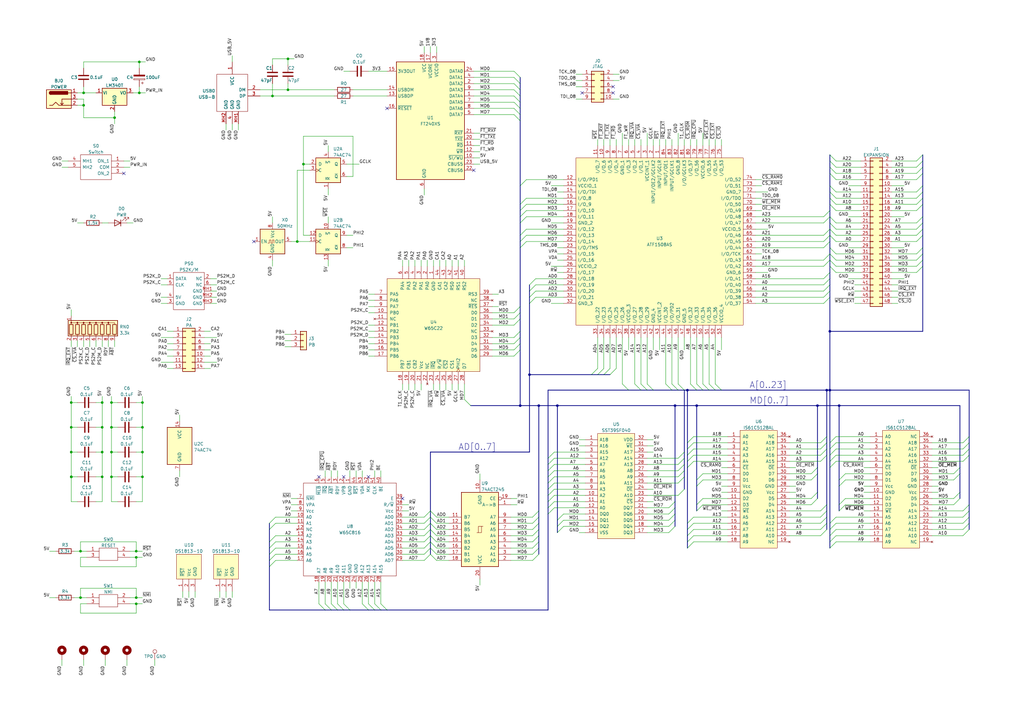
<source format=kicad_sch>
(kicad_sch (version 20211123) (generator eeschema)
  (paper "A3")
  (lib_symbols
    (symbol "74xx:74HC245" (pin_names (offset 1.016))
      (property "Reference" "U" (at -7.62 16.51 0))
      (property "Value" "74HC245" (at -7.62 -16.51 0))
      (symbol "74HC245_1_0"
        (pin input line (at -12.7 -10.16 0) (length 5.08) (name "A->B") (number "1"))
        (pin power_in line (at 0 -20.32 90) (length 5.08) (name "GND") (number "10"))
        (pin tri_state line (at 12.7 -5.08 180) (length 5.08) (name "B7") (number "11"))
        (pin tri_state line (at 12.7 -2.54 180) (length 5.08) (name "B6") (number "12"))
        (pin tri_state line (at 12.7 0 180) (length 5.08) (name "B5") (number "13"))
        (pin tri_state line (at 12.7 2.54 180) (length 5.08) (name "B4") (number "14"))
        (pin tri_state line (at 12.7 5.08 180) (length 5.08) (name "B3") (number "15"))
        (pin tri_state line (at 12.7 7.62 180) (length 5.08) (name "B2") (number "16"))
        (pin tri_state line (at 12.7 10.16 180) (length 5.08) (name "B1") (number "17"))
        (pin tri_state line (at 12.7 12.7 180) (length 5.08) (name "B0") (number "18"))
        (pin input inverted (at -12.7 -12.7 0) (length 5.08) (name "CE") (number "19"))
        (pin tri_state line (at -12.7 12.7 0) (length 5.08) (name "A0") (number "2"))
        (pin power_in line (at 0 20.32 270) (length 5.08) (name "VCC") (number "20"))
        (pin tri_state line (at -12.7 10.16 0) (length 5.08) (name "A1") (number "3"))
        (pin tri_state line (at -12.7 7.62 0) (length 5.08) (name "A2") (number "4"))
        (pin tri_state line (at -12.7 5.08 0) (length 5.08) (name "A3") (number "5"))
        (pin tri_state line (at -12.7 2.54 0) (length 5.08) (name "A4") (number "6"))
        (pin tri_state line (at -12.7 0 0) (length 5.08) (name "A5") (number "7"))
        (pin tri_state line (at -12.7 -2.54 0) (length 5.08) (name "A6") (number "8"))
        (pin tri_state line (at -12.7 -5.08 0) (length 5.08) (name "A7") (number "9"))
      )
    )
    (symbol "74xx:74HC74" (pin_names (offset 1.016))
      (property "Reference" "U" (at -7.62 8.89 0))
      (property "Value" "74HC74" (at -7.62 -8.89 0))
      (symbol "74HC74_1_0"
        (pin input line (at 0 -7.62 90) (length 2.54) (name "~{R}") (number "1"))
        (pin input line (at -7.62 2.54 0) (length 2.54) (name "D") (number "2"))
        (pin input clock (at -7.62 0 0) (length 2.54) (name "C") (number "3"))
        (pin input line (at 0 7.62 270) (length 2.54) (name "~{S}") (number "4"))
        (pin output line (at 7.62 2.54 180) (length 2.54) (name "Q") (number "5"))
        (pin output line (at 7.62 -2.54 180) (length 2.54) (name "~{Q}") (number "6"))
      )
      (symbol "74HC74_2_0"
        (pin input line (at 0 7.62 270) (length 2.54) (name "~{S}") (number "10"))
        (pin input clock (at -7.62 0 0) (length 2.54) (name "C") (number "11"))
        (pin input line (at -7.62 2.54 0) (length 2.54) (name "D") (number "12"))
        (pin input line (at 0 -7.62 90) (length 2.54) (name "~{R}") (number "13"))
        (pin output line (at 7.62 -2.54 180) (length 2.54) (name "~{Q}") (number "8"))
        (pin output line (at 7.62 2.54 180) (length 2.54) (name "Q") (number "9"))
      )
      (symbol "74HC74_3_0"
        (pin power_in line (at 0 10.16 270) (length 2.54) (name "VCC") (number "14"))
        (pin power_in line (at 0 -10.16 90) (length 2.54) (name "GND") (number "7"))
      )
    )
    (symbol "Connector:Barrel_Jack_Switch" (pin_names hide)
      (property "Reference" "J" (at 0 5.334 0))
      (property "Value" "Barrel_Jack_Switch" (at 0 -5.08 0))
      (symbol "Barrel_Jack_Switch_1_1"
        (pin passive line (at 7.62 2.54 180) (length 2.54) (name "~") (number "1"))
        (pin passive line (at 7.62 -2.54 180) (length 2.54) (name "~") (number "2"))
        (pin passive line (at 7.62 0 180) (length 2.54) (name "~") (number "3"))
      )
    )
    (symbol "Connector:TestPoint" (pin_numbers hide) (pin_names (offset 0.762) hide)
      (property "Reference" "TP" (at 0 6.858 0))
      (property "Value" "TestPoint" (at 0 5.08 0))
      (symbol "TestPoint_1_1"
        (pin passive line (at 0 0 90) (length 2.54) (name "1") (number "1"))
      )
    )
    (symbol "Connector_Generic:Conn_01x03" (pin_names (offset 1.016) hide)
      (property "Reference" "J" (at 0 5.08 0))
      (property "Value" "Conn_01x03" (at 0 -5.08 0))
      (symbol "Conn_01x03_1_1"
        (pin passive line (at -5.08 2.54 0) (length 3.81) (name "Pin_1") (number "1"))
        (pin passive line (at -5.08 0 0) (length 3.81) (name "Pin_2") (number "2"))
        (pin passive line (at -5.08 -2.54 0) (length 3.81) (name "Pin_3") (number "3"))
      )
    )
    (symbol "Connector_Generic:Conn_02x05_Odd_Even" (pin_names (offset 1.016) hide)
      (property "Reference" "J" (at 1.27 7.62 0))
      (property "Value" "Conn_02x05_Odd_Even" (at 1.27 -7.62 0))
      (symbol "Conn_02x05_Odd_Even_1_1"
        (pin passive line (at -5.08 5.08 0) (length 3.81) (name "Pin_1") (number "1"))
        (pin passive line (at 7.62 -5.08 180) (length 3.81) (name "Pin_10") (number "10"))
        (pin passive line (at 7.62 5.08 180) (length 3.81) (name "Pin_2") (number "2"))
        (pin passive line (at -5.08 2.54 0) (length 3.81) (name "Pin_3") (number "3"))
        (pin passive line (at 7.62 2.54 180) (length 3.81) (name "Pin_4") (number "4"))
        (pin passive line (at -5.08 0 0) (length 3.81) (name "Pin_5") (number "5"))
        (pin passive line (at 7.62 0 180) (length 3.81) (name "Pin_6") (number "6"))
        (pin passive line (at -5.08 -2.54 0) (length 3.81) (name "Pin_7") (number "7"))
        (pin passive line (at 7.62 -2.54 180) (length 3.81) (name "Pin_8") (number "8"))
        (pin passive line (at -5.08 -5.08 0) (length 3.81) (name "Pin_9") (number "9"))
      )
    )
    (symbol "Connector_Generic:Conn_02x07_Odd_Even" (pin_names (offset 1.016) hide)
      (property "Reference" "J" (at 1.27 10.16 0))
      (property "Value" "Conn_02x07_Odd_Even" (at 1.27 -10.16 0))
      (symbol "Conn_02x07_Odd_Even_1_1"
        (pin passive line (at -5.08 7.62 0) (length 3.81) (name "Pin_1") (number "1"))
        (pin passive line (at 7.62 -2.54 180) (length 3.81) (name "Pin_10") (number "10"))
        (pin passive line (at -5.08 -5.08 0) (length 3.81) (name "Pin_11") (number "11"))
        (pin passive line (at 7.62 -5.08 180) (length 3.81) (name "Pin_12") (number "12"))
        (pin passive line (at -5.08 -7.62 0) (length 3.81) (name "Pin_13") (number "13"))
        (pin passive line (at 7.62 -7.62 180) (length 3.81) (name "Pin_14") (number "14"))
        (pin passive line (at 7.62 7.62 180) (length 3.81) (name "Pin_2") (number "2"))
        (pin passive line (at -5.08 5.08 0) (length 3.81) (name "Pin_3") (number "3"))
        (pin passive line (at 7.62 5.08 180) (length 3.81) (name "Pin_4") (number "4"))
        (pin passive line (at -5.08 2.54 0) (length 3.81) (name "Pin_5") (number "5"))
        (pin passive line (at 7.62 2.54 180) (length 3.81) (name "Pin_6") (number "6"))
        (pin passive line (at -5.08 0 0) (length 3.81) (name "Pin_7") (number "7"))
        (pin passive line (at 7.62 0 180) (length 3.81) (name "Pin_8") (number "8"))
        (pin passive line (at -5.08 -2.54 0) (length 3.81) (name "Pin_9") (number "9"))
      )
    )
    (symbol "Connector_Generic:Conn_02x24_Odd_Even" (pin_names (offset 1.016) hide)
      (property "Reference" "J" (at 1.27 30.48 0))
      (property "Value" "Conn_02x24_Odd_Even" (at 1.27 -33.02 0))
      (symbol "Conn_02x24_Odd_Even_1_1"
        (pin passive line (at -5.08 27.94 0) (length 3.81) (name "Pin_1") (number "1"))
        (pin passive line (at 7.62 17.78 180) (length 3.81) (name "Pin_10") (number "10"))
        (pin passive line (at -5.08 15.24 0) (length 3.81) (name "Pin_11") (number "11"))
        (pin passive line (at 7.62 15.24 180) (length 3.81) (name "Pin_12") (number "12"))
        (pin passive line (at -5.08 12.7 0) (length 3.81) (name "Pin_13") (number "13"))
        (pin passive line (at 7.62 12.7 180) (length 3.81) (name "Pin_14") (number "14"))
        (pin passive line (at -5.08 10.16 0) (length 3.81) (name "Pin_15") (number "15"))
        (pin passive line (at 7.62 10.16 180) (length 3.81) (name "Pin_16") (number "16"))
        (pin passive line (at -5.08 7.62 0) (length 3.81) (name "Pin_17") (number "17"))
        (pin passive line (at 7.62 7.62 180) (length 3.81) (name "Pin_18") (number "18"))
        (pin passive line (at -5.08 5.08 0) (length 3.81) (name "Pin_19") (number "19"))
        (pin passive line (at 7.62 27.94 180) (length 3.81) (name "Pin_2") (number "2"))
        (pin passive line (at 7.62 5.08 180) (length 3.81) (name "Pin_20") (number "20"))
        (pin passive line (at -5.08 2.54 0) (length 3.81) (name "Pin_21") (number "21"))
        (pin passive line (at 7.62 2.54 180) (length 3.81) (name "Pin_22") (number "22"))
        (pin passive line (at -5.08 0 0) (length 3.81) (name "Pin_23") (number "23"))
        (pin passive line (at 7.62 0 180) (length 3.81) (name "Pin_24") (number "24"))
        (pin passive line (at -5.08 -2.54 0) (length 3.81) (name "Pin_25") (number "25"))
        (pin passive line (at 7.62 -2.54 180) (length 3.81) (name "Pin_26") (number "26"))
        (pin passive line (at -5.08 -5.08 0) (length 3.81) (name "Pin_27") (number "27"))
        (pin passive line (at 7.62 -5.08 180) (length 3.81) (name "Pin_28") (number "28"))
        (pin passive line (at -5.08 -7.62 0) (length 3.81) (name "Pin_29") (number "29"))
        (pin passive line (at -5.08 25.4 0) (length 3.81) (name "Pin_3") (number "3"))
        (pin passive line (at 7.62 -7.62 180) (length 3.81) (name "Pin_30") (number "30"))
        (pin passive line (at -5.08 -10.16 0) (length 3.81) (name "Pin_31") (number "31"))
        (pin passive line (at 7.62 -10.16 180) (length 3.81) (name "Pin_32") (number "32"))
        (pin passive line (at -5.08 -12.7 0) (length 3.81) (name "Pin_33") (number "33"))
        (pin passive line (at 7.62 -12.7 180) (length 3.81) (name "Pin_34") (number "34"))
        (pin passive line (at -5.08 -15.24 0) (length 3.81) (name "Pin_35") (number "35"))
        (pin passive line (at 7.62 -15.24 180) (length 3.81) (name "Pin_36") (number "36"))
        (pin passive line (at -5.08 -17.78 0) (length 3.81) (name "Pin_37") (number "37"))
        (pin passive line (at 7.62 -17.78 180) (length 3.81) (name "Pin_38") (number "38"))
        (pin passive line (at -5.08 -20.32 0) (length 3.81) (name "Pin_39") (number "39"))
        (pin passive line (at 7.62 25.4 180) (length 3.81) (name "Pin_4") (number "4"))
        (pin passive line (at 7.62 -20.32 180) (length 3.81) (name "Pin_40") (number "40"))
        (pin passive line (at -5.08 -22.86 0) (length 3.81) (name "Pin_41") (number "41"))
        (pin passive line (at 7.62 -22.86 180) (length 3.81) (name "Pin_42") (number "42"))
        (pin passive line (at -5.08 -25.4 0) (length 3.81) (name "Pin_43") (number "43"))
        (pin passive line (at 7.62 -25.4 180) (length 3.81) (name "Pin_44") (number "44"))
        (pin passive line (at -5.08 -27.94 0) (length 3.81) (name "Pin_45") (number "45"))
        (pin passive line (at 7.62 -27.94 180) (length 3.81) (name "Pin_46") (number "46"))
        (pin passive line (at -5.08 -30.48 0) (length 3.81) (name "Pin_47") (number "47"))
        (pin passive line (at 7.62 -30.48 180) (length 3.81) (name "Pin_48") (number "48"))
        (pin passive line (at -5.08 22.86 0) (length 3.81) (name "Pin_5") (number "5"))
        (pin passive line (at 7.62 22.86 180) (length 3.81) (name "Pin_6") (number "6"))
        (pin passive line (at -5.08 20.32 0) (length 3.81) (name "Pin_7") (number "7"))
        (pin passive line (at 7.62 20.32 180) (length 3.81) (name "Pin_8") (number "8"))
        (pin passive line (at -5.08 17.78 0) (length 3.81) (name "Pin_9") (number "9"))
      )
    )
    (symbol "Device:C" (pin_numbers hide) (pin_names (offset 0.254))
      (property "Reference" "C" (at 0.635 2.54 0))
      (property "Value" "C" (at 0.635 -2.54 0))
      (symbol "C_1_1"
        (pin passive line (at 0 3.81 270) (length 2.794) (name "~") (number "1"))
        (pin passive line (at 0 -3.81 90) (length 2.794) (name "~") (number "2"))
      )
    )
    (symbol "Device:C_Polarized" (pin_numbers hide) (pin_names (offset 0.254))
      (property "Reference" "C" (at 0.635 2.54 0))
      (property "Value" "C_Polarized" (at 0.635 -2.54 0))
      (symbol "C_Polarized_1_1"
        (pin passive line (at 0 3.81 270) (length 2.794) (name "~") (number "1"))
        (pin passive line (at 0 -3.81 90) (length 2.794) (name "~") (number "2"))
      )
    )
    (symbol "Device:LED" (pin_numbers hide) (pin_names (offset 1.016) hide)
      (property "Reference" "D" (at 0 2.54 0))
      (property "Value" "LED" (at 0 -2.54 0))
      (symbol "LED_1_1"
        (pin passive line (at -3.81 0 0) (length 2.54) (name "K") (number "1"))
        (pin passive line (at 3.81 0 180) (length 2.54) (name "A") (number "2"))
      )
    )
    (symbol "Device:R" (pin_numbers hide) (pin_names (offset 0))
      (property "Reference" "R" (at 2.032 0 90))
      (property "Value" "R" (at 0 0 90))
      (symbol "R_1_1"
        (pin passive line (at 0 3.81 270) (length 1.27) (name "~") (number "1"))
        (pin passive line (at 0 -3.81 90) (length 1.27) (name "~") (number "2"))
      )
    )
    (symbol "Device:R_Network08" (pin_names (offset 0) hide)
      (property "Reference" "RN" (at -12.7 0 90))
      (property "Value" "R_Network08" (at 10.16 0 90))
      (symbol "R_Network08_1_1"
        (pin passive line (at -10.16 5.08 270) (length 2.54) (name "common") (number "1"))
        (pin passive line (at -10.16 -5.08 90) (length 1.27) (name "R1") (number "2"))
        (pin passive line (at -7.62 -5.08 90) (length 1.27) (name "R2") (number "3"))
        (pin passive line (at -5.08 -5.08 90) (length 1.27) (name "R3") (number "4"))
        (pin passive line (at -2.54 -5.08 90) (length 1.27) (name "R4") (number "5"))
        (pin passive line (at 0 -5.08 90) (length 1.27) (name "R5") (number "6"))
        (pin passive line (at 2.54 -5.08 90) (length 1.27) (name "R6") (number "7"))
        (pin passive line (at 5.08 -5.08 90) (length 1.27) (name "R7") (number "8"))
        (pin passive line (at 7.62 -5.08 90) (length 1.27) (name "R8") (number "9"))
      )
    )
    (symbol "Interface_USB:FT240XS"
      (property "Reference" "U" (at -13.97 25.4 0))
      (property "Value" "FT240XS" (at 7.62 25.4 0))
      (symbol "FT240XS_1_1"
        (pin bidirectional line (at 17.78 10.16 180) (length 3.81) (name "DATA4") (number "1"))
        (pin input line (at 17.78 -15.24 180) (length 3.81) (name "~{SI/WU}") (number "10"))
        (pin input line (at 17.78 -10.16 180) (length 3.81) (name "~{RD}") (number "11"))
        (pin input line (at 17.78 -12.7 180) (length 3.81) (name "~{WR}") (number "12"))
        (pin bidirectional line (at -17.78 10.16 0) (length 3.81) (name "USBDP") (number "13"))
        (pin bidirectional line (at -17.78 12.7 0) (length 3.81) (name "USBDM") (number "14"))
        (pin power_out line (at -17.78 20.32 0) (length 3.81) (name "3V3OUT") (number "15"))
        (pin input line (at -17.78 5.08 0) (length 3.81) (name "~{RESET}") (number "16"))
        (pin power_out line (at 0 27.94 270) (length 3.81) (name "VCORE") (number "17"))
        (pin power_in line (at -2.54 27.94 270) (length 3.81) (name "VCC") (number "18"))
        (pin passive line (at -2.54 -27.94 90) (length 3.81) hide (name "GND") (number "19"))
        (pin bidirectional line (at 17.78 15.24 180) (length 3.81) (name "DATA2") (number "2"))
        (pin output line (at 17.78 -7.62 180) (length 3.81) (name "~{TXE}") (number "20"))
        (pin output line (at 17.78 -5.08 180) (length 3.81) (name "~{RXF}") (number "21"))
        (pin bidirectional line (at 17.78 -20.32 180) (length 3.81) (name "CBUS6") (number "22"))
        (pin bidirectional line (at 17.78 -17.78 180) (length 3.81) (name "CBUS5") (number "23"))
        (pin bidirectional line (at 17.78 20.32 180) (length 3.81) (name "DATA0") (number "24"))
        (pin power_in line (at 2.54 27.94 270) (length 3.81) (name "VCCIO") (number "3"))
        (pin bidirectional line (at 17.78 17.78 180) (length 3.81) (name "DATA1") (number "4"))
        (pin bidirectional line (at 17.78 2.54 180) (length 3.81) (name "DATA7") (number "5"))
        (pin power_in line (at -2.54 -27.94 90) (length 3.81) (name "GND") (number "6"))
        (pin bidirectional line (at 17.78 7.62 180) (length 3.81) (name "DATA5") (number "7"))
        (pin bidirectional line (at 17.78 5.08 180) (length 3.81) (name "DATA6") (number "8"))
        (pin bidirectional line (at 17.78 12.7 180) (length 3.81) (name "DATA3") (number "9"))
      )
    )
    (symbol "Mechanical:MountingHole_Pad" (pin_numbers hide) (pin_names (offset 1.016) hide)
      (property "Reference" "H" (at 0 6.35 0))
      (property "Value" "MountingHole_Pad" (at 0 4.445 0))
      (symbol "MountingHole_Pad_1_1"
        (pin input line (at 0 -2.54 90) (length 2.54) (name "1") (number "1"))
      )
    )
    (symbol "Oscillator:CXO_DIP8" (pin_names (offset 0.254))
      (property "Reference" "X" (at -5.08 6.35 0))
      (property "Value" "CXO_DIP8" (at 1.27 -6.35 0))
      (symbol "CXO_DIP8_1_1"
        (pin input line (at -7.62 0 0) (length 2.54) (name "EN") (number "1"))
        (pin power_in line (at 0 -7.62 90) (length 2.54) (name "GND") (number "4"))
        (pin output line (at 7.62 0 180) (length 2.54) (name "OUT") (number "5"))
        (pin power_in line (at 0 7.62 270) (length 2.54) (name "Vcc") (number "8"))
      )
    )
    (symbol "Regulator_Linear:LM78M05_TO220" (pin_names (offset 0.254))
      (property "Reference" "U" (at -3.81 3.175 0))
      (property "Value" "LM78M05_TO220" (at 0 3.175 0))
      (symbol "LM78M05_TO220_1_1"
        (pin power_in line (at -7.62 0 0) (length 2.54) (name "VI") (number "1"))
        (pin power_in line (at 0 -7.62 90) (length 2.54) (name "GND") (number "2"))
        (pin power_out line (at 7.62 0 180) (length 2.54) (name "VO") (number "3"))
      )
    )
    (symbol "SamacSys_Parts:ATF1508AS" (pin_names (offset 0.762))
      (property "Reference" "U" (at 0 54.61 0))
      (property "Value" "ATF1508AS" (at 0 52.07 0))
      (symbol "ATF1508AS_0_0"
        (pin passive line (at 0 39.37 270) (length 5.08) (name "INPUT/GCLR") (number "1"))
        (pin passive line (at -22.86 39.37 270) (length 5.08) (name "I/O_6") (number "10"))
        (pin passive line (at -25.4 39.37 270) (length 5.08) (name "I/O_7") (number "11"))
        (pin passive line (at -39.37 25.4 0) (length 5.08) (name "I/O/PD1") (number "12"))
        (pin passive line (at -39.37 22.86 0) (length 5.08) (name "VCCIO_1") (number "13"))
        (pin passive line (at -39.37 20.32 0) (length 5.08) (name "I/O/TDI") (number "14"))
        (pin passive line (at -39.37 17.78 0) (length 5.08) (name "I/O_8") (number "15"))
        (pin passive line (at -39.37 15.24 0) (length 5.08) (name "I/O_9") (number "16"))
        (pin passive line (at -39.37 12.7 0) (length 5.08) (name "I/O_10") (number "17"))
        (pin passive line (at -39.37 10.16 0) (length 5.08) (name "I/O_11") (number "18"))
        (pin passive line (at -39.37 7.62 0) (length 5.08) (name "GND_2") (number "19"))
        (pin passive line (at -2.54 39.37 270) (length 5.08) (name "INPUT/OE2/GCLK2") (number "2"))
        (pin passive line (at -39.37 5.08 0) (length 5.08) (name "I/O_12") (number "20"))
        (pin passive line (at -39.37 2.54 0) (length 5.08) (name "I/O_13") (number "21"))
        (pin passive line (at -39.37 0 0) (length 5.08) (name "I/O_14") (number "22"))
        (pin passive line (at -39.37 -2.54 0) (length 5.08) (name "I/O/TMS") (number "23"))
        (pin passive line (at -39.37 -5.08 0) (length 5.08) (name "I/O_15") (number "24"))
        (pin passive line (at -39.37 -7.62 0) (length 5.08) (name "I/O_16") (number "25"))
        (pin passive line (at -39.37 -10.16 0) (length 5.08) (name "VCCIO_2") (number "26"))
        (pin passive line (at -39.37 -12.7 0) (length 5.08) (name "I/O_17") (number "27"))
        (pin passive line (at -39.37 -15.24 0) (length 5.08) (name "I/O_18") (number "28"))
        (pin passive line (at -39.37 -17.78 0) (length 5.08) (name "I/O_19") (number "29"))
        (pin passive line (at -5.08 39.37 270) (length 5.08) (name "VCCINT_1") (number "3"))
        (pin passive line (at -39.37 -20.32 0) (length 5.08) (name "I/O_20") (number "30"))
        (pin passive line (at -39.37 -22.86 0) (length 5.08) (name "I/O_21") (number "31"))
        (pin passive line (at -39.37 -25.4 0) (length 5.08) (name "GND_3") (number "32"))
        (pin passive line (at -25.4 -39.37 90) (length 5.08) (name "I/O_22") (number "33"))
        (pin passive line (at -22.86 -39.37 90) (length 5.08) (name "I/O_23") (number "34"))
        (pin passive line (at -20.32 -39.37 90) (length 5.08) (name "I/O_24") (number "35"))
        (pin passive line (at -17.78 -39.37 90) (length 5.08) (name "I/O_25") (number "36"))
        (pin passive line (at -15.24 -39.37 90) (length 5.08) (name "I/O_26") (number "37"))
        (pin passive line (at -12.7 -39.37 90) (length 5.08) (name "VCCIO_3") (number "38"))
        (pin passive line (at -10.16 -39.37 90) (length 5.08) (name "I/O_27") (number "39"))
        (pin passive line (at -7.62 39.37 270) (length 5.08) (name "I/O_1") (number "4"))
        (pin passive line (at -7.62 -39.37 90) (length 5.08) (name "I/O_28") (number "40"))
        (pin passive line (at -5.08 -39.37 90) (length 5.08) (name "I/O_29") (number "41"))
        (pin passive line (at -2.54 -39.37 90) (length 5.08) (name "GND_4") (number "42"))
        (pin passive line (at 0 -39.37 90) (length 5.08) (name "VCCINT_2") (number "43"))
        (pin passive line (at 2.54 -39.37 90) (length 5.08) (name "I/O_30") (number "44"))
        (pin passive line (at 5.08 -39.37 90) (length 5.08) (name "I/O/PD2") (number "45"))
        (pin passive line (at 7.62 -39.37 90) (length 5.08) (name "I/O_31") (number "46"))
        (pin passive line (at 10.16 -39.37 90) (length 5.08) (name "GND_5") (number "47"))
        (pin passive line (at 12.7 -39.37 90) (length 5.08) (name "I/O_32") (number "48"))
        (pin passive line (at 15.24 -39.37 90) (length 5.08) (name "I/O_33") (number "49"))
        (pin passive line (at -10.16 39.37 270) (length 5.08) (name "I/O_2") (number "5"))
        (pin passive line (at 17.78 -39.37 90) (length 5.08) (name "I/O_34") (number "50"))
        (pin passive line (at 20.32 -39.37 90) (length 5.08) (name "I/O_35") (number "51"))
        (pin passive line (at 22.86 -39.37 90) (length 5.08) (name "I/O_36") (number "52"))
        (pin passive line (at 25.4 -39.37 90) (length 5.08) (name "VCCIO_4") (number "53"))
        (pin passive line (at 39.37 -25.4 180) (length 5.08) (name "I/O_37") (number "54"))
        (pin passive line (at 39.37 -22.86 180) (length 5.08) (name "I/O_38") (number "55"))
        (pin passive line (at 39.37 -20.32 180) (length 5.08) (name "I/O_39") (number "56"))
        (pin passive line (at 39.37 -17.78 180) (length 5.08) (name "I/O_40") (number "57"))
        (pin passive line (at 39.37 -15.24 180) (length 5.08) (name "I/O_41") (number "58"))
        (pin passive line (at 39.37 -12.7 180) (length 5.08) (name "GND_6") (number "59"))
        (pin passive line (at -12.7 39.37 270) (length 5.08) (name "I/O_3") (number "6"))
        (pin passive line (at 39.37 -10.16 180) (length 5.08) (name "I/O_42") (number "60"))
        (pin passive line (at 39.37 -7.62 180) (length 5.08) (name "I/O_43") (number "61"))
        (pin passive line (at 39.37 -5.08 180) (length 5.08) (name "I/O/TCK") (number "62"))
        (pin passive line (at 39.37 -2.54 180) (length 5.08) (name "I/O_44") (number "63"))
        (pin passive line (at 39.37 0 180) (length 5.08) (name "I/O_45") (number "64"))
        (pin passive line (at 39.37 2.54 180) (length 5.08) (name "I/O_46") (number "65"))
        (pin passive line (at 39.37 5.08 180) (length 5.08) (name "VCCIO_5") (number "66"))
        (pin passive line (at 39.37 7.62 180) (length 5.08) (name "I/O_47") (number "67"))
        (pin passive line (at 39.37 10.16 180) (length 5.08) (name "I/O_48") (number "68"))
        (pin passive line (at 39.37 12.7 180) (length 5.08) (name "I/O_49") (number "69"))
        (pin passive line (at -15.24 39.37 270) (length 5.08) (name "GND_1") (number "7"))
        (pin passive line (at 39.37 15.24 180) (length 5.08) (name "I/O_50") (number "70"))
        (pin passive line (at 39.37 17.78 180) (length 5.08) (name "I/O/TDO") (number "71"))
        (pin passive line (at 39.37 20.32 180) (length 5.08) (name "GND_7") (number "72"))
        (pin passive line (at 39.37 22.86 180) (length 5.08) (name "I/O_51") (number "73"))
        (pin passive line (at 39.37 25.4 180) (length 5.08) (name "I/O_52") (number "74"))
        (pin passive line (at 25.4 39.37 270) (length 5.08) (name "I/O_53") (number "75"))
        (pin passive line (at 22.86 39.37 270) (length 5.08) (name "I/O_54") (number "76"))
        (pin passive line (at 20.32 39.37 270) (length 5.08) (name "I/O_55") (number "77"))
        (pin passive line (at 17.78 39.37 270) (length 5.08) (name "VCCIO_6") (number "78"))
        (pin passive line (at 15.24 39.37 270) (length 5.08) (name "I/O_56") (number "79"))
        (pin passive line (at -17.78 39.37 270) (length 5.08) (name "I/O_4") (number "8"))
        (pin passive line (at 12.7 39.37 270) (length 5.08) (name "I/O_57") (number "80"))
        (pin passive line (at 10.16 39.37 270) (length 5.08) (name "I/O/GCLK3") (number "81"))
        (pin passive line (at 7.62 39.37 270) (length 5.08) (name "GND_8") (number "82"))
        (pin passive line (at 5.08 39.37 270) (length 5.08) (name "INPUT/GCLK1") (number "83"))
        (pin passive line (at 2.54 39.37 270) (length 5.08) (name "INPUT/OE1") (number "84"))
        (pin passive line (at -20.32 39.37 270) (length 5.08) (name "I/O_5") (number "9"))
      )
    )
    (symbol "SamacSys_Parts:Button" (pin_names (offset 1.016))
      (property "Reference" "SW" (at 0 6.35 0))
      (property "Value" "Button" (at 0 0 0))
      (symbol "Button_1_1"
        (pin passive line (at -8.89 1.27 0) (length 5.08) (name "~") (number "1"))
        (pin passive line (at 8.89 1.27 180) (length 5.08) (name "~") (number "2"))
        (pin passive line (at -8.89 -1.27 0) (length 5.08) (name "~") (number "3"))
        (pin passive line (at 8.89 -1.27 180) (length 5.08) (name "~") (number "4"))
      )
    )
    (symbol "SamacSys_Parts:DS1813-10" (pin_names (offset 1.016))
      (property "Reference" "U" (at 0 15.24 0))
      (property "Value" "DS1813-10" (at 0 12.7 0))
      (symbol "DS1813-10_1_1"
        (pin passive line (at -2.54 -10.16 90) (length 5.08) (name "~{RST}") (number "1"))
        (pin passive line (at 0 -10.16 90) (length 5.08) (name "Vcc") (number "2"))
        (pin passive line (at 2.54 -10.16 90) (length 5.08) (name "GND") (number "3"))
      )
    )
    (symbol "SamacSys_Parts:IS61C5128AL-10KLI" (pin_names (offset 1.016))
      (property "Reference" "U" (at 0 34.29 0))
      (property "Value" "IS61C5128AL-10KLI" (at 0 31.75 0))
      (symbol "IS61C5128AL-10KLI_1_1"
        (pin passive line (at -12.7 21.59 0) (length 5.08) (name "A0") (number "1"))
        (pin passive line (at -12.7 -1.27 0) (length 5.08) (name "GND") (number "10"))
        (pin passive line (at -12.7 -3.81 0) (length 5.08) (name "D2") (number "11"))
        (pin passive line (at -12.7 -6.35 0) (length 5.08) (name "D3") (number "12"))
        (pin passive line (at -12.7 -8.89 0) (length 5.08) (name "~{WE}") (number "13"))
        (pin passive line (at -12.7 -11.43 0) (length 5.08) (name "A5") (number "14"))
        (pin passive line (at -12.7 -13.97 0) (length 5.08) (name "A6") (number "15"))
        (pin passive line (at -12.7 -16.51 0) (length 5.08) (name "A7") (number "16"))
        (pin passive line (at -12.7 -19.05 0) (length 5.08) (name "A8") (number "17"))
        (pin passive line (at -12.7 -21.59 0) (length 5.08) (name "A9") (number "18"))
        (pin no_connect line (at 12.7 -21.59 180) (length 5.08) (name "NC") (number "19"))
        (pin passive line (at -12.7 19.05 0) (length 5.08) (name "A1") (number "2"))
        (pin passive line (at 12.7 -19.05 180) (length 5.08) (name "A10") (number "20"))
        (pin passive line (at 12.7 -16.51 180) (length 5.08) (name "A11") (number "21"))
        (pin passive line (at 12.7 -13.97 180) (length 5.08) (name "A12") (number "22"))
        (pin passive line (at 12.7 -11.43 180) (length 5.08) (name "A13") (number "23"))
        (pin passive line (at 12.7 -8.89 180) (length 5.08) (name "A14") (number "24"))
        (pin passive line (at 12.7 -6.35 180) (length 5.08) (name "D4") (number "25"))
        (pin passive line (at 12.7 -3.81 180) (length 5.08) (name "D5") (number "26"))
        (pin passive line (at 12.7 -1.27 180) (length 5.08) (name "Vcc") (number "27"))
        (pin passive line (at 12.7 1.27 180) (length 5.08) (name "GND") (number "28"))
        (pin passive line (at 12.7 3.81 180) (length 5.08) (name "D6") (number "29"))
        (pin passive line (at -12.7 16.51 0) (length 5.08) (name "A2") (number "3"))
        (pin passive line (at 12.7 6.35 180) (length 5.08) (name "D7") (number "30"))
        (pin passive line (at 12.7 8.89 180) (length 5.08) (name "~{OE}") (number "31"))
        (pin passive line (at 12.7 11.43 180) (length 5.08) (name "A15") (number "32"))
        (pin passive line (at 12.7 13.97 180) (length 5.08) (name "A16") (number "33"))
        (pin passive line (at 12.7 16.51 180) (length 5.08) (name "A17") (number "34"))
        (pin passive line (at 12.7 19.05 180) (length 5.08) (name "A18") (number "35"))
        (pin no_connect line (at 12.7 21.59 180) (length 5.08) (name "NC") (number "36"))
        (pin passive line (at -12.7 13.97 0) (length 5.08) (name "A3") (number "4"))
        (pin passive line (at -12.7 11.43 0) (length 5.08) (name "A4") (number "5"))
        (pin passive line (at -12.7 8.89 0) (length 5.08) (name "~{CE}") (number "6"))
        (pin passive line (at -12.7 6.35 0) (length 5.08) (name "D0") (number "7"))
        (pin passive line (at -12.7 3.81 0) (length 5.08) (name "D1") (number "8"))
        (pin passive line (at -12.7 1.27 0) (length 5.08) (name "Vcc") (number "9"))
      )
    )
    (symbol "SamacSys_Parts:PS-2" (pin_names (offset 0.762))
      (property "Reference" "J" (at 0 15.24 0))
      (property "Value" "PS-2" (at 0 12.7 0))
      (symbol "PS-2_0_0"
        (pin passive line (at -8.89 5.08 0) (length 2.54) (name "DATA") (number "1"))
        (pin passive line (at 8.89 5.08 180) (length 2.54) (name "NC") (number "2"))
        (pin passive line (at -8.89 -5.08 0) (length 2.54) (name "GND") (number "3"))
        (pin passive line (at -8.89 -2.54 0) (length 2.54) (name "5V") (number "4"))
        (pin passive line (at -8.89 2.54 0) (length 2.54) (name "CLK") (number "5"))
        (pin passive line (at 8.89 2.54 180) (length 2.54) (name "NC") (number "6"))
        (pin passive line (at 8.89 0 180) (length 2.54) (name "GND") (number "MH1"))
        (pin passive line (at 8.89 -2.54 180) (length 2.54) (name "GND") (number "MH2"))
        (pin passive line (at 8.89 -5.08 180) (length 2.54) (name "GND") (number "MH3"))
      )
    )
    (symbol "SamacSys_Parts:SST39SF040" (pin_names (offset 0.762))
      (property "Reference" "U" (at 0 27.94 0))
      (property "Value" "SST39SF040" (at 0 25.4 0))
      (symbol "SST39SF040_0_0"
        (pin passive line (at -12.7 17.78 0) (length 5.08) (name "A18") (number "1"))
        (pin passive line (at -12.7 -5.08 0) (length 5.08) (name "A2") (number "10"))
        (pin passive line (at -12.7 -7.62 0) (length 5.08) (name "A1") (number "11"))
        (pin passive line (at -12.7 -10.16 0) (length 5.08) (name "A0") (number "12"))
        (pin passive line (at -12.7 -12.7 0) (length 5.08) (name "DQ0") (number "13"))
        (pin passive line (at -12.7 -15.24 0) (length 5.08) (name "DQ1") (number "14"))
        (pin passive line (at -12.7 -17.78 0) (length 5.08) (name "DQ2") (number "15"))
        (pin passive line (at -12.7 -20.32 0) (length 5.08) (name "VSS") (number "16"))
        (pin passive line (at 12.7 -20.32 180) (length 5.08) (name "DQ3") (number "17"))
        (pin passive line (at 12.7 -17.78 180) (length 5.08) (name "DQ4") (number "18"))
        (pin passive line (at 12.7 -15.24 180) (length 5.08) (name "DQ5") (number "19"))
        (pin passive line (at -12.7 15.24 0) (length 5.08) (name "A16") (number "2"))
        (pin passive line (at 12.7 -12.7 180) (length 5.08) (name "DQ6") (number "20"))
        (pin passive line (at 12.7 -10.16 180) (length 5.08) (name "DQ7") (number "21"))
        (pin passive line (at 12.7 -7.62 180) (length 5.08) (name "~{CS}") (number "22"))
        (pin passive line (at 12.7 -5.08 180) (length 5.08) (name "A10") (number "23"))
        (pin passive line (at 12.7 -2.54 180) (length 5.08) (name "~{OE}") (number "24"))
        (pin passive line (at 12.7 0 180) (length 5.08) (name "A11") (number "25"))
        (pin passive line (at 12.7 2.54 180) (length 5.08) (name "A9") (number "26"))
        (pin passive line (at 12.7 5.08 180) (length 5.08) (name "A8") (number "27"))
        (pin passive line (at 12.7 7.62 180) (length 5.08) (name "A13") (number "28"))
        (pin passive line (at 12.7 10.16 180) (length 5.08) (name "A14") (number "29"))
        (pin passive line (at -12.7 12.7 0) (length 5.08) (name "A15") (number "3"))
        (pin passive line (at 12.7 12.7 180) (length 5.08) (name "A17") (number "30"))
        (pin passive line (at 12.7 15.24 180) (length 5.08) (name "~{WE}") (number "31"))
        (pin passive line (at 12.7 17.78 180) (length 5.08) (name "VDD") (number "32"))
        (pin passive line (at -12.7 10.16 0) (length 5.08) (name "A12") (number "4"))
        (pin passive line (at -12.7 7.62 0) (length 5.08) (name "A7") (number "5"))
        (pin passive line (at -12.7 5.08 0) (length 5.08) (name "A6") (number "6"))
        (pin passive line (at -12.7 2.54 0) (length 5.08) (name "A5") (number "7"))
        (pin passive line (at -12.7 0 0) (length 5.08) (name "A4") (number "8"))
        (pin passive line (at -12.7 -2.54 0) (length 5.08) (name "A3") (number "9"))
      )
    )
    (symbol "SamacSys_Parts:Switch" (pin_names (offset 0.762))
      (property "Reference" "S" (at 0 27.94 0))
      (property "Value" "Switch" (at 0 25.4 0))
      (symbol "Switch_0_0"
        (pin passive line (at 11.43 0 180) (length 5.08) (name "ON_1") (number "1"))
        (pin passive line (at 11.43 -2.54 180) (length 5.08) (name "COM") (number "2"))
        (pin passive line (at 11.43 -5.08 180) (length 5.08) (name "ON_2") (number "3"))
        (pin passive line (at -11.43 0 0) (length 5.08) (name "MH1") (number "4"))
        (pin passive line (at -11.43 -2.54 0) (length 5.08) (name "MH2") (number "5"))
      )
    )
    (symbol "SamacSys_Parts:USB-B" (pin_names (offset 0.762))
      (property "Reference" "J" (at 20.32 12.7 0))
      (property "Value" "USB-B" (at 20.32 10.16 0))
      (symbol "USB-B_0_0"
        (pin passive line (at 0 12.7 270) (length 5.08) (name "VCC") (number "1"))
        (pin passive line (at 11.43 1.27 180) (length 5.08) (name "DM") (number "2"))
        (pin passive line (at 11.43 -1.27 180) (length 5.08) (name "DP") (number "3"))
        (pin passive line (at 0 -12.7 90) (length 5.08) (name "GND") (number "4"))
        (pin passive line (at 2.54 -12.7 90) (length 5.08) (name "GND") (number "MH1"))
        (pin passive line (at -2.54 -12.7 90) (length 5.08) (name "GND") (number "MH2"))
      )
    )
    (symbol "SamacSys_Parts:W65C22S6TPLG-14_PLCC" (pin_names (offset 1.016))
      (property "Reference" "U" (at 0 39.37 0))
      (property "Value" "W65C22S6TPLG-14_PLCC" (at 0 36.83 0))
      (symbol "W65C22S6TPLG-14_PLCC_0_0"
        (pin passive line (at 0 24.13 270) (length 5.08) (name "GND") (number "1"))
        (pin passive line (at -24.13 5.08 0) (length 5.08) (name "PB0") (number "10"))
        (pin no_connect line (at -24.13 2.54 0) (length 5.08) (name "NC") (number "11"))
        (pin passive line (at -24.13 0 0) (length 5.08) (name "PB1") (number "12"))
        (pin passive line (at -24.13 -2.54 0) (length 5.08) (name "PB2") (number "13"))
        (pin passive line (at -24.13 -5.08 0) (length 5.08) (name "PB3") (number "14"))
        (pin passive line (at -24.13 -7.62 0) (length 5.08) (name "PB4") (number "15"))
        (pin passive line (at -24.13 -10.16 0) (length 5.08) (name "PB5") (number "16"))
        (pin passive line (at -24.13 -12.7 0) (length 5.08) (name "PB6") (number "17"))
        (pin passive line (at -12.7 -24.13 90) (length 5.08) (name "PB7") (number "18"))
        (pin passive line (at -10.16 -24.13 90) (length 5.08) (name "CB1") (number "19"))
        (pin passive line (at -2.54 24.13 270) (length 5.08) (name "PA0") (number "2"))
        (pin passive line (at -7.62 -24.13 90) (length 5.08) (name "CB2") (number "20"))
        (pin passive line (at -5.08 -24.13 90) (length 5.08) (name "Vcc") (number "21"))
        (pin no_connect line (at -2.54 -24.13 90) (length 5.08) (name "NC") (number "22"))
        (pin passive line (at 0 -24.13 90) (length 5.08) (name "~{IRQ}") (number "23"))
        (pin passive line (at 2.54 -24.13 90) (length 5.08) (name "R/~{W}") (number "24"))
        (pin passive line (at 5.08 -24.13 90) (length 5.08) (name "~{CS2}") (number "25"))
        (pin passive line (at 7.62 -24.13 90) (length 5.08) (name "CS1") (number "26"))
        (pin passive clock (at 10.16 -24.13 90) (length 5.08) (name "PHI2") (number "27"))
        (pin passive line (at 12.7 -24.13 90) (length 5.08) (name "D7") (number "28"))
        (pin passive line (at 24.13 -12.7 180) (length 5.08) (name "D6") (number "29"))
        (pin passive line (at -5.08 24.13 270) (length 5.08) (name "PA1") (number "3"))
        (pin passive line (at 24.13 -10.16 180) (length 5.08) (name "D5") (number "30"))
        (pin passive line (at 24.13 -7.62 180) (length 5.08) (name "D4") (number "31"))
        (pin passive line (at 24.13 -5.08 180) (length 5.08) (name "D3") (number "32"))
        (pin no_connect line (at 24.13 -2.54 180) (length 5.08) (name "NC") (number "33"))
        (pin passive line (at 24.13 0 180) (length 5.08) (name "D2") (number "34"))
        (pin passive line (at 24.13 2.54 180) (length 5.08) (name "D1") (number "35"))
        (pin passive line (at 24.13 5.08 180) (length 5.08) (name "D0") (number "36"))
        (pin passive line (at 24.13 7.62 180) (length 5.08) (name "~{RES}") (number "37"))
        (pin no_connect line (at 24.13 10.16 180) (length 5.08) (name "NC") (number "38"))
        (pin passive line (at 24.13 12.7 180) (length 5.08) (name "RS3") (number "39"))
        (pin passive line (at -7.62 24.13 270) (length 5.08) (name "PA2") (number "4"))
        (pin passive line (at 12.7 24.13 270) (length 5.08) (name "RS2") (number "40"))
        (pin passive line (at 10.16 24.13 270) (length 5.08) (name "RS1") (number "41"))
        (pin passive line (at 7.62 24.13 270) (length 5.08) (name "RS0") (number "42"))
        (pin passive line (at 5.08 24.13 270) (length 5.08) (name "CA2") (number "43"))
        (pin passive line (at 2.54 24.13 270) (length 5.08) (name "CA1") (number "44"))
        (pin passive line (at -10.16 24.13 270) (length 5.08) (name "PA3") (number "5"))
        (pin passive line (at -12.7 24.13 270) (length 5.08) (name "PA4") (number "6"))
        (pin passive line (at -24.13 12.7 0) (length 5.08) (name "PA5") (number "7"))
        (pin passive line (at -24.13 10.16 0) (length 5.08) (name "PA6") (number "8"))
        (pin passive line (at -24.13 7.62 0) (length 5.08) (name "PA7") (number "9"))
      )
    )
    (symbol "SamacSys_Parts:W65C816S6TPG-14_PLCC" (pin_names (offset 1.016))
      (property "Reference" "U" (at 0 43.18 0))
      (property "Value" "W65C816S6TPG-14_PLCC" (at 0 40.64 0))
      (symbol "W65C816S6TPG-14_PLCC_1_1"
        (pin passive line (at 0 21.59 270) (length 2.54) (name "GND") (number "1"))
        (pin passive line (at -21.59 5.08 0) (length 2.54) (name "A0") (number "10"))
        (pin passive line (at -21.59 2.54 0) (length 2.54) (name "A1") (number "11"))
        (pin no_connect line (at -21.59 0 0) (length 2.54) (name "NC") (number "12"))
        (pin passive line (at -21.59 -2.54 0) (length 2.54) (name "A2") (number "13"))
        (pin passive line (at -21.59 -5.08 0) (length 2.54) (name "A3") (number "14"))
        (pin passive line (at -21.59 -7.62 0) (length 2.54) (name "A4") (number "15"))
        (pin passive line (at -21.59 -10.16 0) (length 2.54) (name "A5") (number "16"))
        (pin passive line (at -21.59 -12.7 0) (length 2.54) (name "A6") (number "17"))
        (pin passive line (at -12.7 -21.59 90) (length 2.54) (name "A7") (number "18"))
        (pin passive line (at -10.16 -21.59 90) (length 2.54) (name "A8") (number "19"))
        (pin passive line (at -2.54 21.59 270) (length 2.54) (name "VPB") (number "2"))
        (pin passive line (at -7.62 -21.59 90) (length 2.54) (name "A9") (number "20"))
        (pin passive line (at -5.08 -21.59 90) (length 2.54) (name "A10") (number "21"))
        (pin passive line (at -2.54 -21.59 90) (length 2.54) (name "A11") (number "22"))
        (pin passive line (at 0 -21.59 90) (length 2.54) (name "GND") (number "23"))
        (pin passive line (at 2.54 -21.59 90) (length 2.54) (name "GND") (number "24"))
        (pin passive line (at 5.08 -21.59 90) (length 2.54) (name "A12") (number "25"))
        (pin passive line (at 7.62 -21.59 90) (length 2.54) (name "A13") (number "26"))
        (pin passive line (at 10.16 -21.59 90) (length 2.54) (name "A14") (number "27"))
        (pin passive line (at 12.7 -21.59 90) (length 2.54) (name "A15") (number "28"))
        (pin passive line (at 21.59 -12.7 180) (length 2.54) (name "AD7") (number "29"))
        (pin passive line (at -5.08 21.59 270) (length 2.54) (name "RDY") (number "3"))
        (pin passive line (at 21.59 -10.16 180) (length 2.54) (name "AD6") (number "30"))
        (pin passive line (at 21.59 -7.62 180) (length 2.54) (name "AD5") (number "31"))
        (pin passive line (at 21.59 -5.08 180) (length 2.54) (name "AD4") (number "32"))
        (pin passive line (at 21.59 -2.54 180) (length 2.54) (name "AD3") (number "33"))
        (pin passive line (at 21.59 0 180) (length 2.54) (name "AD2") (number "34"))
        (pin passive line (at 21.59 2.54 180) (length 2.54) (name "AD1") (number "35"))
        (pin passive line (at 21.59 5.08 180) (length 2.54) (name "AD0") (number "36"))
        (pin passive line (at 21.59 7.62 180) (length 2.54) (name "Vcc") (number "37"))
        (pin passive line (at 21.59 10.16 180) (length 2.54) (name "R/~{W}") (number "38"))
        (pin passive line (at 21.59 12.7 180) (length 2.54) (name "E") (number "39"))
        (pin passive line (at -7.62 21.59 270) (length 2.54) (name "~{ABT}") (number "4"))
        (pin passive line (at 12.7 21.59 270) (length 2.54) (name "BE") (number "40"))
        (pin passive line (at 10.16 21.59 270) (length 2.54) (name "CLK") (number "41"))
        (pin passive line (at 7.62 21.59 270) (length 2.54) (name "MX") (number "42"))
        (pin passive line (at 5.08 21.59 270) (length 2.54) (name "VDA") (number "43"))
        (pin passive line (at 2.54 21.59 270) (length 2.54) (name "~{RST}") (number "44"))
        (pin passive line (at -10.16 21.59 270) (length 2.54) (name "~{IRQ}") (number "5"))
        (pin passive line (at -12.7 21.59 270) (length 2.54) (name "~{MLB}") (number "6"))
        (pin passive line (at -21.59 12.7 0) (length 2.54) (name "~{NMI}") (number "7"))
        (pin passive line (at -21.59 10.16 0) (length 2.54) (name "VPA") (number "8"))
        (pin passive line (at -21.59 7.62 0) (length 2.54) (name "Vcc") (number "9"))
      )
    )
  )
  (bus_alias "MUX_Addr_Data" (members))
  (bus_alias "Data_Bus" (members))
  (bus_alias "Address_Bus" (members))
  (junction (at 34.29 38.1))
  (junction (at 45.72 165.1))
  (junction (at 344.17 166.37))
  (junction (at 29.21 195.58))
  (junction (at 335.28 166.37))
  (junction (at 340.36 160.02))
  (junction (at 29.2891 195.58))
  (junction (at 41.91 175.26))
  (junction (at 41.91 165.1))
  (junction (at 55.88 245.11))
  (junction (at 29.21 175.26))
  (junction (at 340.36 135.89))
  (junction (at 55.88 226.06))
  (junction (at 217.17 153.67))
  (junction (at 34.29 43.18))
  (junction (at 58.42 185.42))
  (junction (at 281.94 160.02))
  (junction (at 33.02 245.11))
  (junction (at 118.11 36.83))
  (junction (at 121.92 99.06))
  (junction (at 285.75 166.37))
  (junction (at 41.91 185.42))
  (junction (at 45.72 195.58))
  (junction (at 57.15 38.1))
  (junction (at 46.99 48.26))
  (junction (at 124.46 67.31))
  (junction (at 45.72 185.42))
  (junction (at 118.11 24.13))
  (junction (at 55.88 228.6))
  (junction (at 58.42 175.26))
  (junction (at 29.21 165.1))
  (junction (at 45.72 175.26))
  (junction (at 339.09 160.02))
  (junction (at 276.86 166.37))
  (junction (at 33.02 226.06))
  (junction (at 111.76 39.37))
  (junction (at 41.91 195.58))
  (junction (at 55.88 247.65))
  (junction (at 58.42 165.1))
  (junction (at 29.21 185.42))
  (junction (at 228.6 166.37))
  (junction (at 57.15 25.4))
  (junction (at 213.36 166.37))
  (junction (at 58.42 195.58))
  (junction (at 220.98 166.37))
  (no_connect (at 251.46 38.1))
  (no_connect (at 194.31 69.85))
  (no_connect (at 238.76 38.1))
  (no_connect (at 130.81 195.58))
  (no_connect (at 165.1 204.47))
  (no_connect (at 140.97 195.58))
  (no_connect (at 151.13 195.58))
  (no_connect (at 50.8 71.12))
  (no_connect (at 158.75 44.45))
  (no_connect (at 104.14 99.06))
  (no_connect (at 251.46 35.56))
  (bus_entry (at 210.82 29.21) (size 2.54 2.54))
  (bus_entry (at 288.29 204.47) (size -2.54 2.54))
  (bus_entry (at 215.9 81.28) (size -2.54 2.54))
  (bus_entry (at 332.74 207.01) (size 2.54 -2.54))
  (bus_entry (at 215.9 83.82) (size -2.54 2.54))
  (bus_entry (at 342.9 184.15) (size -2.54 2.54))
  (bus_entry (at 231.14 215.9) (size -2.54 2.54))
  (bus_entry (at 218.44 217.17) (size 2.54 -2.54))
  (bus_entry (at 140.97 247.65) (size 2.54 2.54))
  (bus_entry (at 337.82 99.06) (size 2.54 -2.54))
  (bus_entry (at 130.81 247.65) (size 2.54 2.54))
  (bus_entry (at 278.13 190.5) (size 2.54 -2.54))
  (bus_entry (at 283.21 157.48) (size 2.54 2.54))
  (bus_entry (at 336.55 214.63) (size 2.54 -2.54))
  (bus_entry (at 284.48 179.07) (size -2.54 2.54))
  (bus_entry (at 218.44 224.79) (size 2.54 -2.54))
  (bus_entry (at 336.55 219.71) (size 2.54 -2.54))
  (bus_entry (at 394.97 214.63) (size 2.54 -2.54))
  (bus_entry (at 173.99 214.63) (size 2.54 -2.54))
  (bus_entry (at 285.75 157.48) (size 2.54 2.54))
  (bus_entry (at 336.55 209.55) (size 2.54 -2.54))
  (bus_entry (at 284.48 189.23) (size -2.54 2.54))
  (bus_entry (at 336.55 217.17) (size 2.54 -2.54))
  (bus_entry (at 284.48 219.71) (size -2.54 2.54))
  (bus_entry (at 218.44 219.71) (size 2.54 -2.54))
  (bus_entry (at 274.32 215.9) (size 2.54 -2.54))
  (bus_entry (at 113.03 214.63) (size -2.54 2.54))
  (bus_entry (at 336.55 189.23) (size 2.54 -2.54))
  (bus_entry (at 173.99 227.33) (size 2.54 -2.54))
  (bus_entry (at 342.9 217.17) (size -2.54 2.54))
  (bus_entry (at 288.29 207.01) (size -2.54 2.54))
  (bus_entry (at 113.03 212.09) (size -2.54 2.54))
  (bus_entry (at 210.82 46.99) (size 2.54 2.54))
  (bus_entry (at 278.13 195.58) (size 2.54 -2.54))
  (bus_entry (at 113.03 224.79) (size -2.54 2.54))
  (bus_entry (at 342.9 106.68) (size -2.54 -2.54))
  (bus_entry (at 336.55 186.69) (size 2.54 -2.54))
  (bus_entry (at 227.33 208.28) (size -2.54 2.54))
  (bus_entry (at 332.74 194.31) (size 2.54 -2.54))
  (bus_entry (at 227.33 200.66) (size -2.54 2.54))
  (bus_entry (at 394.97 181.61) (size 2.54 -2.54))
  (bus_entry (at 227.33 203.2) (size -2.54 2.54))
  (bus_entry (at 346.71 204.47) (size -2.54 2.54))
  (bus_entry (at 179.07 214.63) (size -2.54 -2.54))
  (bus_entry (at 135.89 247.65) (size 2.54 2.54))
  (bus_entry (at 284.48 181.61) (size -2.54 2.54))
  (bus_entry (at 179.07 212.09) (size -2.54 -2.54))
  (bus_entry (at 391.16 196.85) (size 2.54 -2.54))
  (bus_entry (at 337.82 109.22) (size 2.54 -2.54))
  (bus_entry (at 138.43 247.65) (size 2.54 2.54))
  (bus_entry (at 337.82 114.3) (size 2.54 -2.54))
  (bus_entry (at 337.82 101.6) (size 2.54 -2.54))
  (bus_entry (at 179.07 222.25) (size -2.54 -2.54))
  (bus_entry (at 113.03 229.87) (size -2.54 2.54))
  (bus_entry (at 288.29 196.85) (size -2.54 2.54))
  (bus_entry (at 173.99 212.09) (size 2.54 -2.54))
  (bus_entry (at 173.99 219.71) (size 2.54 -2.54))
  (bus_entry (at 375.92 111.76) (size 2.54 -2.54))
  (bus_entry (at 179.07 219.71) (size -2.54 -2.54))
  (bus_entry (at 394.97 217.17) (size 2.54 -2.54))
  (bus_entry (at 342.9 214.63) (size -2.54 2.54))
  (bus_entry (at 231.14 213.36) (size -2.54 2.54))
  (bus_entry (at 113.03 222.25) (size -2.54 2.54))
  (bus_entry (at 231.14 210.82) (size -2.54 2.54))
  (bus_entry (at 156.21 247.65) (size 2.54 2.54))
  (bus_entry (at 336.55 181.61) (size 2.54 -2.54))
  (bus_entry (at 255.27 157.48) (size 2.54 2.54))
  (bus_entry (at 153.67 247.65) (size 2.54 2.54))
  (bus_entry (at 337.82 96.52) (size 2.54 -2.54))
  (bus_entry (at 290.83 157.48) (size 2.54 2.54))
  (bus_entry (at 260.35 157.48) (size 2.54 2.54))
  (bus_entry (at 336.55 184.15) (size 2.54 -2.54))
  (bus_entry (at 342.9 189.23) (size -2.54 2.54))
  (bus_entry (at 133.35 247.65) (size 2.54 2.54))
  (bus_entry (at 346.71 194.31) (size -2.54 2.54))
  (bus_entry (at 215.9 96.52) (size -2.54 2.54))
  (bus_entry (at 284.48 186.69) (size -2.54 2.54))
  (bus_entry (at 278.13 193.04) (size 2.54 -2.54))
  (bus_entry (at 179.07 229.87) (size -2.54 -2.54))
  (bus_entry (at 284.48 214.63) (size -2.54 2.54))
  (bus_entry (at 284.48 184.15) (size -2.54 2.54))
  (bus_entry (at 342.9 109.22) (size -2.54 -2.54))
  (bus_entry (at 394.97 184.15) (size 2.54 -2.54))
  (bus_entry (at 151.13 247.65) (size 2.54 2.54))
  (bus_entry (at 375.92 104.14) (size 2.54 -2.54))
  (bus_entry (at 284.48 217.17) (size -2.54 2.54))
  (bus_entry (at 342.9 104.14) (size -2.54 -2.54))
  (bus_entry (at 278.13 198.12) (size 2.54 -2.54))
  (bus_entry (at 215.9 88.9) (size -2.54 2.54))
  (bus_entry (at 173.99 224.79) (size 2.54 -2.54))
  (bus_entry (at 288.29 157.48) (size 2.54 2.54))
  (bus_entry (at 278.13 187.96) (size 2.54 -2.54))
  (bus_entry (at 274.32 210.82) (size 2.54 -2.54))
  (bus_entry (at 342.9 179.07) (size -2.54 2.54))
  (bus_entry (at 391.16 204.47) (size 2.54 -2.54))
  (bus_entry (at 342.9 111.76) (size -2.54 -2.54))
  (bus_entry (at 394.97 189.23) (size 2.54 -2.54))
  (bus_entry (at 342.9 186.69) (size -2.54 2.54))
  (bus_entry (at 210.82 44.45) (size 2.54 2.54))
  (bus_entry (at 218.44 212.09) (size 2.54 -2.54))
  (bus_entry (at 284.48 212.09) (size -2.54 2.54))
  (bus_entry (at 227.33 190.5) (size -2.54 2.54))
  (bus_entry (at 113.03 227.33) (size -2.54 2.54))
  (bus_entry (at 227.33 185.42) (size -2.54 2.54))
  (bus_entry (at 148.59 247.65) (size 2.54 2.54))
  (bus_entry (at 375.92 106.68) (size 2.54 -2.54))
  (bus_entry (at 173.99 222.25) (size 2.54 -2.54))
  (bus_entry (at 336.55 212.09) (size 2.54 -2.54))
  (bus_entry (at 346.71 207.01) (size -2.54 2.54))
  (bus_entry (at 210.82 39.37) (size 2.54 2.54))
  (bus_entry (at 173.99 217.17) (size 2.54 -2.54))
  (bus_entry (at 342.9 181.61) (size -2.54 2.54))
  (bus_entry (at 391.16 194.31) (size 2.54 -2.54))
  (bus_entry (at 227.33 187.96) (size -2.54 2.54))
  (bus_entry (at 293.37 157.48) (size 2.54 2.54))
  (bus_entry (at 394.97 209.55) (size 2.54 -2.54))
  (bus_entry (at 342.9 222.25) (size -2.54 2.54))
  (bus_entry (at 337.82 124.46) (size 2.54 -2.54))
  (bus_entry (at 274.32 213.36) (size 2.54 -2.54))
  (bus_entry (at 274.32 208.28) (size 2.54 -2.54))
  (bus_entry (at 337.82 116.84) (size 2.54 -2.54))
  (bus_entry (at 179.07 217.17) (size -2.54 -2.54))
  (bus_entry (at 215.9 93.98) (size -2.54 2.54))
  (bus_entry (at 394.97 212.09) (size 2.54 -2.54))
  (bus_entry (at 179.07 224.79) (size -2.54 -2.54))
  (bus_entry (at 217.17 124.46) (size 2.54 -2.54))
  (bus_entry (at 217.17 121.92) (size 2.54 -2.54))
  (bus_entry (at 217.17 119.38) (size 2.54 -2.54))
  (bus_entry (at 217.17 116.84) (size 2.54 -2.54))
  (bus_entry (at 250.19 153.67) (size 2.54 -2.54))
  (bus_entry (at 247.65 153.67) (size 2.54 -2.54))
  (bus_entry (at 245.11 153.67) (size 2.54 -2.54))
  (bus_entry (at 242.57 153.67) (size 2.54 -2.54))
  (bus_entry (at 342.9 212.09) (size -2.54 2.54))
  (bus_entry (at 278.13 157.48) (size 2.54 2.54))
  (bus_entry (at 337.82 88.9) (size 2.54 -2.54))
  (bus_entry (at 337.82 119.38) (size 2.54 -2.54))
  (bus_entry (at 278.13 203.2) (size 2.54 -2.54))
  (bus_entry (at 227.33 193.04) (size -2.54 2.54))
  (bus_entry (at 210.82 34.29) (size 2.54 2.54))
  (bus_entry (at 218.44 227.33) (size 2.54 -2.54))
  (bus_entry (at 337.82 121.92) (size 2.54 -2.54))
  (bus_entry (at 227.33 195.58) (size -2.54 2.54))
  (bus_entry (at 332.74 204.47) (size 2.54 -2.54))
  (bus_entry (at 342.9 68.58) (size -2.54 -2.54))
  (bus_entry (at 342.9 86.36) (size -2.54 -2.54))
  (bus_entry (at 342.9 83.82) (size -2.54 -2.54))
  (bus_entry (at 342.9 93.98) (size -2.54 -2.54))
  (bus_entry (at 342.9 96.52) (size -2.54 -2.54))
  (bus_entry (at 342.9 91.44) (size -2.54 -2.54))
  (bus_entry (at 375.92 99.06) (size 2.54 -2.54))
  (bus_entry (at 375.92 96.52) (size 2.54 -2.54))
  (bus_entry (at 375.92 81.28) (size 2.54 -2.54))
  (bus_entry (at 375.92 86.36) (size 2.54 -2.54))
  (bus_entry (at 375.92 83.82) (size 2.54 -2.54))
  (bus_entry (at 375.92 93.98) (size 2.54 -2.54))
  (bus_entry (at 375.92 91.44) (size 2.54 -2.54))
  (bus_entry (at 342.9 99.06) (size -2.54 -2.54))
  (bus_entry (at 342.9 81.28) (size -2.54 -2.54))
  (bus_entry (at 375.92 68.58) (size 2.54 -2.54))
  (bus_entry (at 375.92 66.04) (size 2.54 -2.54))
  (bus_entry (at 375.92 71.12) (size 2.54 -2.54))
  (bus_entry (at 375.92 78.74) (size 2.54 -2.54))
  (bus_entry (at 375.92 73.66) (size 2.54 -2.54))
  (bus_entry (at 342.9 66.04) (size -2.54 -2.54))
  (bus_entry (at 342.9 71.12) (size -2.54 -2.54))
  (bus_entry (at 342.9 73.66) (size -2.54 -2.54))
  (bus_entry (at 342.9 78.74) (size -2.54 -2.54))
  (bus_entry (at 210.82 128.27) (size 2.54 -2.54))
  (bus_entry (at 210.82 130.81) (size 2.54 -2.54))
  (bus_entry (at 210.82 133.35) (size 2.54 -2.54))
  (bus_entry (at 210.82 138.43) (size 2.54 -2.54))
  (bus_entry (at 210.82 140.97) (size 2.54 -2.54))
  (bus_entry (at 210.82 143.51) (size 2.54 -2.54))
  (bus_entry (at 210.82 146.05) (size 2.54 -2.54))
  (bus_entry (at 190.5 163.83) (size 2.54 2.54))
  (bus_entry (at 288.29 194.31) (size -2.54 2.54))
  (bus_entry (at 337.82 106.68) (size 2.54 -2.54))
  (bus_entry (at 284.48 222.25) (size -2.54 2.54))
  (bus_entry (at 275.59 157.48) (size 2.54 2.54))
  (bus_entry (at 215.9 73.66) (size -2.54 2.54))
  (bus_entry (at 218.44 214.63) (size 2.54 -2.54))
  (bus_entry (at 274.32 218.44) (size 2.54 -2.54))
  (bus_entry (at 391.16 207.01) (size 2.54 -2.54))
  (bus_entry (at 210.82 36.83) (size 2.54 2.54))
  (bus_entry (at 179.07 227.33) (size -2.54 -2.54))
  (bus_entry (at 394.97 219.71) (size 2.54 -2.54))
  (bus_entry (at 173.99 229.87) (size 2.54 -2.54))
  (bus_entry (at 346.71 196.85) (size -2.54 2.54))
  (bus_entry (at 218.44 222.25) (size 2.54 -2.54))
  (bus_entry (at 394.97 186.69) (size 2.54 -2.54))
  (bus_entry (at 218.44 229.87) (size 2.54 -2.54))
  (bus_entry (at 262.89 157.48) (size 2.54 2.54))
  (bus_entry (at 113.03 219.71) (size -2.54 2.54))
  (bus_entry (at 375.92 109.22) (size 2.54 -2.54))
  (bus_entry (at 265.43 157.48) (size 2.54 2.54))
  (bus_entry (at 210.82 41.91) (size 2.54 2.54))
  (bus_entry (at 210.82 31.75) (size 2.54 2.54))
  (bus_entry (at 342.9 219.71) (size -2.54 2.54))
  (bus_entry (at 215.9 86.36) (size -2.54 2.54))
  (bus_entry (at 337.82 91.44) (size 2.54 -2.54))
  (bus_entry (at 273.05 157.48) (size 2.54 2.54))
  (bus_entry (at 227.33 205.74) (size -2.54 2.54))
  (bus_entry (at 332.74 196.85) (size 2.54 -2.54))
  (bus_entry (at 215.9 99.06) (size -2.54 2.54))
  (bus_entry (at 227.33 198.12) (size -2.54 2.54))
  (bus (pts (xy 110.49 224.79) (xy 110.49 227.33)))
  (wire (pts (xy 153.67 128.27) (xy 151.13 128.27)))
  (wire (pts (xy 342.9 99.06) (xy 353.06 99.06)))
  (bus (pts (xy 344.17 166.37) (xy 393.7 166.37)))
  (wire (pts (xy 53.34 228.6) (xy 55.88 228.6)))
  (wire (pts (xy 143.51 238.76) (xy 143.51 241.3)))
  (wire (pts (xy 365.76 66.04) (xy 375.92 66.04)))
  (wire (pts (xy 288.29 194.31) (xy 298.45 194.31)))
  (wire (pts (xy 255.27 138.43) (xy 255.27 157.48)))
  (wire (pts (xy 127 96.52) (xy 124.46 96.52)))
  (wire (pts (xy 356.87 201.93) (xy 354.33 201.93)))
  (wire (pts (xy 31.75 38.1) (xy 34.29 38.1)))
  (wire (pts (xy 170.18 157.48) (xy 170.18 160.02)))
  (wire (pts (xy 111.76 106.68) (xy 111.76 109.22)))
  (wire (pts (xy 231.14 109.22) (xy 226.06 109.22)))
  (wire (pts (xy 41.91 175.26) (xy 41.91 185.42)))
  (wire (pts (xy 29.21 129.54) (xy 29.21 127)))
  (bus (pts (xy 340.36 78.74) (xy 340.36 76.2)))
  (bus (pts (xy 220.98 214.63) (xy 220.98 212.09)))
  (wire (pts (xy 35.56 226.06) (xy 33.02 226.06)))
  (wire (pts (xy 252.73 138.43) (xy 252.73 151.13)))
  (wire (pts (xy 179.07 212.09) (xy 184.15 212.09)))
  (wire (pts (xy 48.26 165.1) (xy 45.72 165.1)))
  (wire (pts (xy 265.43 215.9) (xy 274.32 215.9)))
  (bus (pts (xy 340.36 104.14) (xy 340.36 106.68)))
  (wire (pts (xy 353.06 121.92) (xy 350.52 121.92)))
  (wire (pts (xy 68.58 114.3) (xy 66.04 114.3)))
  (bus (pts (xy 339.09 179.07) (xy 339.09 181.61)))
  (bus (pts (xy 276.86 208.28) (xy 276.86 210.82)))
  (wire (pts (xy 55.88 251.46) (xy 33.02 251.46)))
  (wire (pts (xy 284.48 179.07) (xy 298.45 179.07)))
  (wire (pts (xy 41.91 139.7) (xy 41.91 142.24)))
  (wire (pts (xy 353.06 101.6) (xy 347.98 101.6)))
  (wire (pts (xy 365.76 96.52) (xy 375.92 96.52)))
  (bus (pts (xy 176.53 217.17) (xy 176.53 214.63)))
  (bus (pts (xy 276.86 205.74) (xy 276.86 208.28)))
  (wire (pts (xy 194.31 46.99) (xy 210.82 46.99)))
  (wire (pts (xy 143.51 29.21) (xy 140.97 29.21)))
  (bus (pts (xy 276.86 210.82) (xy 276.86 213.36)))
  (wire (pts (xy 148.59 238.76) (xy 148.59 247.65)))
  (wire (pts (xy 39.37 165.1) (xy 41.91 165.1)))
  (wire (pts (xy 265.43 195.58) (xy 278.13 195.58)))
  (wire (pts (xy 57.15 38.1) (xy 59.69 38.1)))
  (wire (pts (xy 209.55 222.25) (xy 218.44 222.25)))
  (bus (pts (xy 378.46 91.44) (xy 378.46 93.98)))
  (wire (pts (xy 39.37 139.7) (xy 39.37 142.24)))
  (bus (pts (xy 340.36 160.02) (xy 340.36 181.61)))
  (bus (pts (xy 176.53 219.71) (xy 176.53 217.17)))
  (wire (pts (xy 172.72 157.48) (xy 172.72 160.02)))
  (wire (pts (xy 179.07 21.59) (xy 179.07 19.05)))
  (wire (pts (xy 58.42 175.26) (xy 58.42 185.42)))
  (bus (pts (xy 213.36 99.06) (xy 213.36 101.6)))
  (wire (pts (xy 265.43 210.82) (xy 274.32 210.82)))
  (wire (pts (xy 153.67 135.89) (xy 151.13 135.89)))
  (wire (pts (xy 323.85 207.01) (xy 332.74 207.01)))
  (wire (pts (xy 71.12 135.89) (xy 68.58 135.89)))
  (wire (pts (xy 196.85 196.85) (xy 196.85 194.31)))
  (bus (pts (xy 378.46 101.6) (xy 378.46 96.52)))
  (bus (pts (xy 176.53 222.25) (xy 176.53 219.71)))
  (wire (pts (xy 382.27 199.39) (xy 384.81 199.39)))
  (wire (pts (xy 194.31 44.45) (xy 210.82 44.45)))
  (bus (pts (xy 213.36 135.89) (xy 213.36 138.43)))
  (bus (pts (xy 378.46 78.74) (xy 378.46 81.28)))
  (wire (pts (xy 176.53 21.59) (xy 176.53 19.05)))
  (wire (pts (xy 95.25 50.8) (xy 95.25 53.34)))
  (bus (pts (xy 176.53 212.09) (xy 176.53 209.55)))
  (wire (pts (xy 68.58 116.84) (xy 66.04 116.84)))
  (bus (pts (xy 344.17 199.39) (xy 344.17 207.01)))
  (wire (pts (xy 50.8 68.58) (xy 53.34 68.58)))
  (wire (pts (xy 262.89 138.43) (xy 262.89 157.48)))
  (wire (pts (xy 382.27 201.93) (xy 384.81 201.93)))
  (wire (pts (xy 179.07 222.25) (xy 184.15 222.25)))
  (bus (pts (xy 213.36 138.43) (xy 213.36 140.97)))
  (wire (pts (xy 215.9 96.52) (xy 231.14 96.52)))
  (bus (pts (xy 281.94 219.71) (xy 281.94 222.25)))
  (bus (pts (xy 281.94 214.63) (xy 281.94 217.17)))
  (wire (pts (xy 247.65 138.43) (xy 247.65 151.13)))
  (bus (pts (xy 262.89 160.02) (xy 265.43 160.02)))
  (wire (pts (xy 342.9 181.61) (xy 356.87 181.61)))
  (wire (pts (xy 323.85 212.09) (xy 336.55 212.09)))
  (wire (pts (xy 265.43 187.96) (xy 278.13 187.96)))
  (wire (pts (xy 209.55 224.79) (xy 218.44 224.79)))
  (bus (pts (xy 378.46 106.68) (xy 378.46 104.14)))
  (bus (pts (xy 213.36 128.27) (xy 213.36 130.81)))
  (wire (pts (xy 134.62 77.47) (xy 134.62 80.01)))
  (wire (pts (xy 31.75 40.64) (xy 34.29 40.64)))
  (bus (pts (xy 138.43 250.19) (xy 140.97 250.19)))
  (wire (pts (xy 215.9 73.66) (xy 231.14 73.66)))
  (wire (pts (xy 53.34 226.06) (xy 55.88 226.06)))
  (wire (pts (xy 382.27 219.71) (xy 394.97 219.71)))
  (bus (pts (xy 340.36 99.06) (xy 340.36 101.6)))
  (wire (pts (xy 173.99 77.47) (xy 173.99 80.01)))
  (wire (pts (xy 34.29 91.44) (xy 31.75 91.44)))
  (wire (pts (xy 231.14 91.44) (xy 226.06 91.44)))
  (wire (pts (xy 71.12 143.51) (xy 68.58 143.51)))
  (wire (pts (xy 298.45 209.55) (xy 295.91 209.55)))
  (wire (pts (xy 284.48 181.61) (xy 298.45 181.61)))
  (wire (pts (xy 86.36 124.46) (xy 88.9 124.46)))
  (wire (pts (xy 55.88 247.65) (xy 58.42 247.65)))
  (bus (pts (xy 378.46 66.04) (xy 378.46 68.58)))
  (bus (pts (xy 281.94 181.61) (xy 281.94 184.15)))
  (bus (pts (xy 224.79 208.28) (xy 224.79 210.82)))
  (wire (pts (xy 194.31 34.29) (xy 210.82 34.29)))
  (wire (pts (xy 41.91 185.42) (xy 41.91 195.58)))
  (wire (pts (xy 227.33 185.42) (xy 240.03 185.42)))
  (wire (pts (xy 165.1 222.25) (xy 173.99 222.25)))
  (wire (pts (xy 156.21 195.58) (xy 156.21 193.04)))
  (wire (pts (xy 31.75 165.1) (xy 29.21 165.1)))
  (wire (pts (xy 113.03 227.33) (xy 121.92 227.33)))
  (wire (pts (xy 228.6 101.6) (xy 231.14 101.6)))
  (wire (pts (xy 71.12 148.59) (xy 66.04 148.59)))
  (wire (pts (xy 34.29 38.1) (xy 39.37 38.1)))
  (bus (pts (xy 340.36 191.77) (xy 340.36 214.63)))
  (wire (pts (xy 97.79 50.8) (xy 97.79 53.34)))
  (wire (pts (xy 180.34 109.22) (xy 180.34 106.68)))
  (wire (pts (xy 365.76 114.3) (xy 370.84 114.3)))
  (bus (pts (xy 213.36 76.2) (xy 213.36 83.82)))
  (wire (pts (xy 95.25 25.4) (xy 95.25 22.86)))
  (bus (pts (xy 393.7 191.77) (xy 393.7 194.31)))
  (wire (pts (xy 53.34 245.11) (xy 55.88 245.11)))
  (wire (pts (xy 55.88 247.65) (xy 55.88 251.46)))
  (bus (pts (xy 397.51 186.69) (xy 397.51 207.01)))
  (wire (pts (xy 295.91 59.69) (xy 295.91 57.15)))
  (wire (pts (xy 179.07 229.87) (xy 184.15 229.87)))
  (bus (pts (xy 340.36 88.9) (xy 340.36 86.36)))
  (wire (pts (xy 29.21 165.1) (xy 29.21 162.56)))
  (wire (pts (xy 45.72 195.58) (xy 45.72 205.74)))
  (wire (pts (xy 342.9 93.98) (xy 353.06 93.98)))
  (wire (pts (xy 231.14 124.46) (xy 226.06 124.46)))
  (wire (pts (xy 55.88 205.74) (xy 58.42 205.74)))
  (wire (pts (xy 245.11 57.15) (xy 245.11 59.69)))
  (wire (pts (xy 240.03 182.88) (xy 237.49 182.88)))
  (wire (pts (xy 55.88 245.11) (xy 58.42 245.11)))
  (bus (pts (xy 220.98 212.09) (xy 220.98 209.55)))
  (bus (pts (xy 340.36 116.84) (xy 340.36 119.38)))
  (bus (pts (xy 378.46 109.22) (xy 378.46 106.68)))
  (wire (pts (xy 215.9 81.28) (xy 231.14 81.28)))
  (bus (pts (xy 281.94 189.23) (xy 281.94 191.77)))
  (wire (pts (xy 111.76 88.9) (xy 111.76 91.44)))
  (wire (pts (xy 194.31 67.31) (xy 196.85 67.31)))
  (wire (pts (xy 251.46 33.02) (xy 254 33.02)))
  (wire (pts (xy 284.48 189.23) (xy 298.45 189.23)))
  (wire (pts (xy 142.24 101.6) (xy 144.78 101.6)))
  (bus (pts (xy 378.46 83.82) (xy 378.46 88.9)))
  (wire (pts (xy 48.26 185.42) (xy 45.72 185.42)))
  (wire (pts (xy 83.82 140.97) (xy 86.36 140.97)))
  (bus (pts (xy 339.09 209.55) (xy 339.09 207.01)))
  (wire (pts (xy 201.93 128.27) (xy 210.82 128.27)))
  (wire (pts (xy 346.71 204.47) (xy 356.87 204.47)))
  (wire (pts (xy 29.21 139.7) (xy 29.21 142.24)))
  (wire (pts (xy 273.05 138.43) (xy 273.05 157.48)))
  (wire (pts (xy 153.67 238.76) (xy 153.67 247.65)))
  (wire (pts (xy 55.88 195.58) (xy 58.42 195.58)))
  (wire (pts (xy 86.36 116.84) (xy 88.9 116.84)))
  (wire (pts (xy 138.43 195.58) (xy 138.43 193.04)))
  (bus (pts (xy 340.36 111.76) (xy 340.36 114.3)))
  (wire (pts (xy 209.55 204.47) (xy 212.09 204.47)))
  (wire (pts (xy 353.06 76.2) (xy 347.98 76.2)))
  (bus (pts (xy 220.98 227.33) (xy 220.98 224.79)))
  (wire (pts (xy 124.46 55.88) (xy 124.46 67.31)))
  (wire (pts (xy 250.19 138.43) (xy 250.19 151.13)))
  (bus (pts (xy 213.36 88.9) (xy 213.36 91.44)))
  (bus (pts (xy 339.09 214.63) (xy 339.09 212.09)))
  (wire (pts (xy 365.76 101.6) (xy 370.84 101.6)))
  (wire (pts (xy 215.9 88.9) (xy 231.14 88.9)))
  (wire (pts (xy 113.03 224.79) (xy 121.92 224.79)))
  (wire (pts (xy 124.46 67.31) (xy 127 67.31)))
  (wire (pts (xy 219.71 119.38) (xy 231.14 119.38)))
  (wire (pts (xy 342.9 81.28) (xy 353.06 81.28)))
  (wire (pts (xy 194.31 36.83) (xy 210.82 36.83)))
  (wire (pts (xy 194.31 29.21) (xy 210.82 29.21)))
  (wire (pts (xy 121.92 99.06) (xy 127 99.06)))
  (wire (pts (xy 68.58 124.46) (xy 66.04 124.46)))
  (bus (pts (xy 143.51 250.19) (xy 151.13 250.19)))
  (bus (pts (xy 340.36 119.38) (xy 340.36 121.92)))
  (wire (pts (xy 55.88 175.26) (xy 58.42 175.26)))
  (bus (pts (xy 340.36 109.22) (xy 340.36 111.76)))
  (wire (pts (xy 250.19 59.69) (xy 250.19 57.15)))
  (wire (pts (xy 153.67 120.65) (xy 151.13 120.65)))
  (wire (pts (xy 179.07 217.17) (xy 184.15 217.17)))
  (bus (pts (xy 285.75 207.01) (xy 285.75 209.55)))
  (wire (pts (xy 236.22 35.56) (xy 238.76 35.56)))
  (bus (pts (xy 281.94 217.17) (xy 281.94 219.71)))
  (wire (pts (xy 309.88 116.84) (xy 337.82 116.84)))
  (wire (pts (xy 227.33 190.5) (xy 240.03 190.5)))
  (bus (pts (xy 228.6 218.44) (xy 228.6 215.9)))
  (wire (pts (xy 236.22 33.02) (xy 238.76 33.02)))
  (wire (pts (xy 165.1 109.22) (xy 165.1 106.68)))
  (wire (pts (xy 365.76 86.36) (xy 375.92 86.36)))
  (wire (pts (xy 323.85 219.71) (xy 336.55 219.71)))
  (wire (pts (xy 342.9 214.63) (xy 356.87 214.63)))
  (wire (pts (xy 194.31 64.77) (xy 196.85 64.77)))
  (wire (pts (xy 118.11 24.13) (xy 118.11 26.67)))
  (wire (pts (xy 382.27 209.55) (xy 394.97 209.55)))
  (bus (pts (xy 135.89 250.19) (xy 138.43 250.19)))
  (wire (pts (xy 177.8 109.22) (xy 177.8 106.68)))
  (wire (pts (xy 342.9 78.74) (xy 353.06 78.74)))
  (wire (pts (xy 39.37 175.26) (xy 41.91 175.26)))
  (wire (pts (xy 71.12 151.13) (xy 68.58 151.13)))
  (bus (pts (xy 285.75 160.02) (xy 288.29 160.02)))
  (wire (pts (xy 194.31 39.37) (xy 210.82 39.37)))
  (wire (pts (xy 113.03 212.09) (xy 121.92 212.09)))
  (wire (pts (xy 142.24 72.39) (xy 144.78 72.39)))
  (wire (pts (xy 48.26 205.74) (xy 45.72 205.74)))
  (wire (pts (xy 165.1 217.17) (xy 173.99 217.17)))
  (wire (pts (xy 247.65 59.69) (xy 247.65 57.15)))
  (wire (pts (xy 46.99 139.7) (xy 46.99 142.24)))
  (wire (pts (xy 165.1 219.71) (xy 173.99 219.71)))
  (bus (pts (xy 397.51 181.61) (xy 397.51 184.15)))
  (bus (pts (xy 217.17 153.67) (xy 217.17 185.42)))
  (bus (pts (xy 133.35 250.19) (xy 135.89 250.19)))
  (wire (pts (xy 267.97 182.88) (xy 265.43 182.88)))
  (wire (pts (xy 323.85 184.15) (xy 336.55 184.15)))
  (wire (pts (xy 113.03 214.63) (xy 121.92 214.63)))
  (wire (pts (xy 48.26 175.26) (xy 45.72 175.26)))
  (bus (pts (xy 267.97 160.02) (xy 275.59 160.02)))
  (wire (pts (xy 280.67 138.43) (xy 280.67 143.51)))
  (wire (pts (xy 353.06 124.46) (xy 350.52 124.46)))
  (bus (pts (xy 397.51 214.63) (xy 397.51 217.17)))
  (wire (pts (xy 382.27 181.61) (xy 394.97 181.61)))
  (wire (pts (xy 153.67 146.05) (xy 151.13 146.05)))
  (bus (pts (xy 280.67 193.04) (xy 280.67 195.58)))
  (wire (pts (xy 309.88 114.3) (xy 337.82 114.3)))
  (bus (pts (xy 340.36 219.71) (xy 340.36 222.25)))
  (wire (pts (xy 283.21 138.43) (xy 283.21 157.48)))
  (wire (pts (xy 382.27 194.31) (xy 391.16 194.31)))
  (wire (pts (xy 228.6 104.14) (xy 231.14 104.14)))
  (wire (pts (xy 142.24 96.52) (xy 144.78 96.52)))
  (wire (pts (xy 309.88 119.38) (xy 337.82 119.38)))
  (bus (pts (xy 378.46 88.9) (xy 378.46 91.44)))
  (wire (pts (xy 365.76 83.82) (xy 375.92 83.82)))
  (bus (pts (xy 217.17 124.46) (xy 217.17 153.67)))
  (wire (pts (xy 33.02 247.65) (xy 33.02 251.46)))
  (bus (pts (xy 281.94 160.02) (xy 281.94 181.61)))
  (wire (pts (xy 83.82 135.89) (xy 86.36 135.89)))
  (wire (pts (xy 86.36 114.3) (xy 88.9 114.3)))
  (wire (pts (xy 227.33 208.28) (xy 240.03 208.28)))
  (wire (pts (xy 227.33 200.66) (xy 240.03 200.66)))
  (wire (pts (xy 39.37 185.42) (xy 41.91 185.42)))
  (wire (pts (xy 201.93 143.51) (xy 210.82 143.51)))
  (wire (pts (xy 35.56 245.11) (xy 33.02 245.11)))
  (bus (pts (xy 224.79 195.58) (xy 224.79 198.12)))
  (bus (pts (xy 276.86 166.37) (xy 285.75 166.37)))
  (wire (pts (xy 34.29 48.26) (xy 34.29 43.18)))
  (bus (pts (xy 397.51 212.09) (xy 397.51 214.63)))
  (wire (pts (xy 309.88 101.6) (xy 337.82 101.6)))
  (wire (pts (xy 190.5 157.48) (xy 190.5 163.83)))
  (wire (pts (xy 165.1 157.48) (xy 165.1 160.02)))
  (wire (pts (xy 365.76 121.92) (xy 368.3 121.92)))
  (wire (pts (xy 113.03 222.25) (xy 121.92 222.25)))
  (wire (pts (xy 39.37 195.58) (xy 41.91 195.58)))
  (bus (pts (xy 247.65 153.67) (xy 250.19 153.67)))
  (bus (pts (xy 110.49 222.25) (xy 110.49 224.79)))
  (bus (pts (xy 285.75 166.37) (xy 285.75 196.85)))
  (wire (pts (xy 270.51 59.69) (xy 270.51 57.15)))
  (wire (pts (xy 365.76 71.12) (xy 375.92 71.12)))
  (bus (pts (xy 280.67 190.5) (xy 280.67 193.04)))
  (wire (pts (xy 119.38 137.16) (xy 116.84 137.16)))
  (wire (pts (xy 251.46 40.64) (xy 254 40.64)))
  (bus (pts (xy 213.36 46.99) (xy 213.36 49.53)))
  (wire (pts (xy 127 69.85) (xy 121.92 69.85)))
  (bus (pts (xy 176.53 214.63) (xy 176.53 212.09)))
  (bus (pts (xy 280.67 187.96) (xy 280.67 190.5)))
  (wire (pts (xy 298.45 201.93) (xy 295.91 201.93)))
  (wire (pts (xy 270.51 138.43) (xy 270.51 143.51)))
  (wire (pts (xy 215.9 99.06) (xy 231.14 99.06)))
  (wire (pts (xy 143.51 195.58) (xy 143.51 193.04)))
  (wire (pts (xy 190.5 109.22) (xy 190.5 106.68)))
  (wire (pts (xy 342.9 212.09) (xy 356.87 212.09)))
  (wire (pts (xy 29.21 175.26) (xy 29.21 185.42)))
  (bus (pts (xy 213.36 41.91) (xy 213.36 44.45)))
  (wire (pts (xy 179.07 214.63) (xy 184.15 214.63)))
  (bus (pts (xy 245.11 153.67) (xy 247.65 153.67)))
  (wire (pts (xy 119.38 139.7) (xy 116.84 139.7)))
  (wire (pts (xy 342.9 106.68) (xy 353.06 106.68)))
  (wire (pts (xy 46.99 45.72) (xy 46.99 48.26)))
  (bus (pts (xy 339.09 212.09) (xy 339.09 209.55)))
  (wire (pts (xy 228.6 106.68) (xy 231.14 106.68)))
  (wire (pts (xy 240.03 218.44) (xy 237.49 218.44)))
  (bus (pts (xy 285.75 196.85) (xy 285.75 199.39)))
  (bus (pts (xy 220.98 166.37) (xy 213.36 166.37)))
  (wire (pts (xy 342.9 186.69) (xy 356.87 186.69)))
  (bus (pts (xy 213.36 31.75) (xy 213.36 34.29)))
  (wire (pts (xy 111.76 24.13) (xy 118.11 24.13)))
  (wire (pts (xy 346.71 194.31) (xy 356.87 194.31)))
  (bus (pts (xy 340.36 83.82) (xy 340.36 81.28)))
  (wire (pts (xy 30.48 226.06) (xy 33.02 226.06)))
  (wire (pts (xy 288.29 59.69) (xy 288.29 54.61)))
  (wire (pts (xy 194.31 54.61) (xy 196.85 54.61)))
  (wire (pts (xy 209.55 219.71) (xy 218.44 219.71)))
  (bus (pts (xy 224.79 160.02) (xy 224.79 187.96)))
  (bus (pts (xy 340.36 91.44) (xy 340.36 93.98)))
  (bus (pts (xy 213.36 125.73) (xy 213.36 128.27)))
  (wire (pts (xy 382.27 214.63) (xy 394.97 214.63)))
  (bus (pts (xy 110.49 250.19) (xy 133.35 250.19)))
  (bus (pts (xy 193.04 166.37) (xy 213.36 166.37)))
  (wire (pts (xy 58.42 195.58) (xy 58.42 205.74)))
  (wire (pts (xy 140.97 238.76) (xy 140.97 247.65)))
  (bus (pts (xy 278.13 160.02) (xy 280.67 160.02)))
  (wire (pts (xy 29.21 205.74) (xy 31.75 205.74)))
  (bus (pts (xy 281.94 184.15) (xy 281.94 186.69)))
  (wire (pts (xy 172.72 109.22) (xy 172.72 106.68)))
  (bus (pts (xy 217.17 119.38) (xy 217.17 121.92)))
  (wire (pts (xy 227.33 187.96) (xy 240.03 187.96)))
  (wire (pts (xy 118.11 36.83) (xy 137.16 36.83)))
  (wire (pts (xy 55.88 232.41) (xy 55.88 228.6)))
  (wire (pts (xy 309.88 96.52) (xy 337.82 96.52)))
  (wire (pts (xy 148.59 195.58) (xy 148.59 193.04)))
  (wire (pts (xy 121.92 204.47) (xy 119.38 204.47)))
  (wire (pts (xy 165.1 229.87) (xy 173.99 229.87)))
  (bus (pts (xy 340.36 121.92) (xy 340.36 135.89)))
  (bus (pts (xy 224.79 205.74) (xy 224.79 208.28)))
  (wire (pts (xy 29.21 185.42) (xy 29.21 195.58)))
  (wire (pts (xy 194.31 41.91) (xy 210.82 41.91)))
  (bus (pts (xy 280.67 160.02) (xy 281.94 160.02)))
  (wire (pts (xy 215.9 93.98) (xy 231.14 93.98)))
  (wire (pts (xy 323.85 181.61) (xy 336.55 181.61)))
  (wire (pts (xy 121.92 209.55) (xy 119.38 209.55)))
  (wire (pts (xy 309.88 83.82) (xy 312.42 83.82)))
  (wire (pts (xy 323.85 191.77) (xy 326.39 191.77)))
  (wire (pts (xy 153.67 123.19) (xy 151.13 123.19)))
  (bus (pts (xy 340.36 222.25) (xy 340.36 224.79)))
  (wire (pts (xy 30.48 245.11) (xy 33.02 245.11)))
  (wire (pts (xy 278.13 138.43) (xy 278.13 157.48)))
  (wire (pts (xy 46.99 48.26) (xy 34.29 48.26)))
  (wire (pts (xy 22.86 226.06) (xy 20.32 226.06)))
  (bus (pts (xy 220.98 219.71) (xy 220.98 217.17)))
  (wire (pts (xy 41.91 91.44) (xy 44.45 91.44)))
  (bus (pts (xy 397.51 179.07) (xy 397.51 181.61)))
  (wire (pts (xy 50.8 66.04) (xy 53.34 66.04)))
  (wire (pts (xy 275.59 138.43) (xy 275.59 157.48)))
  (bus (pts (xy 285.75 166.37) (xy 335.28 166.37)))
  (wire (pts (xy 111.76 39.37) (xy 137.16 39.37)))
  (wire (pts (xy 196.85 237.49) (xy 196.85 240.03)))
  (wire (pts (xy 201.93 140.97) (xy 210.82 140.97)))
  (wire (pts (xy 25.4 270.51) (xy 25.4 273.05)))
  (wire (pts (xy 382.27 186.69) (xy 394.97 186.69)))
  (bus (pts (xy 213.36 36.83) (xy 213.36 39.37)))
  (wire (pts (xy 153.67 133.35) (xy 151.13 133.35)))
  (wire (pts (xy 342.9 96.52) (xy 353.06 96.52)))
  (bus (pts (xy 335.28 166.37) (xy 335.28 191.77)))
  (bus (pts (xy 397.51 207.01) (xy 397.51 209.55)))
  (wire (pts (xy 283.21 59.69) (xy 283.21 57.15)))
  (wire (pts (xy 170.18 109.22) (xy 170.18 106.68)))
  (bus (pts (xy 397.51 184.15) (xy 397.51 186.69)))
  (bus (pts (xy 340.36 217.17) (xy 340.36 219.71)))
  (wire (pts (xy 356.87 209.55) (xy 354.33 209.55)))
  (wire (pts (xy 365.76 81.28) (xy 375.92 81.28)))
  (bus (pts (xy 340.36 66.04) (xy 340.36 68.58)))
  (wire (pts (xy 58.42 165.1) (xy 58.42 175.26)))
  (wire (pts (xy 179.07 227.33) (xy 184.15 227.33)))
  (wire (pts (xy 55.88 165.1) (xy 58.42 165.1)))
  (wire (pts (xy 73.66 193.04) (xy 73.66 195.58)))
  (bus (pts (xy 340.36 86.36) (xy 340.36 83.82)))
  (wire (pts (xy 312.42 104.14) (xy 309.88 104.14)))
  (wire (pts (xy 265.43 198.12) (xy 278.13 198.12)))
  (wire (pts (xy 280.67 59.69) (xy 280.67 57.15)))
  (wire (pts (xy 34.29 270.51) (xy 34.29 273.05)))
  (bus (pts (xy 224.79 193.04) (xy 224.79 195.58)))
  (wire (pts (xy 298.45 191.77) (xy 295.91 191.77)))
  (bus (pts (xy 340.36 114.3) (xy 340.36 116.84)))
  (wire (pts (xy 201.93 130.81) (xy 210.82 130.81)))
  (bus (pts (xy 340.36 68.58) (xy 340.36 71.12)))
  (wire (pts (xy 165.1 207.01) (xy 167.64 207.01)))
  (wire (pts (xy 265.43 208.28) (xy 274.32 208.28)))
  (wire (pts (xy 262.89 59.69) (xy 262.89 57.15)))
  (bus (pts (xy 213.36 91.44) (xy 213.36 96.52)))
  (wire (pts (xy 252.73 59.69) (xy 252.73 57.15)))
  (bus (pts (xy 397.51 160.02) (xy 397.51 179.07)))
  (bus (pts (xy 228.6 213.36) (xy 228.6 166.37)))
  (wire (pts (xy 353.06 88.9) (xy 347.98 88.9)))
  (wire (pts (xy 133.35 195.58) (xy 133.35 193.04)))
  (bus (pts (xy 224.79 190.5) (xy 224.79 193.04)))
  (bus (pts (xy 224.79 200.66) (xy 224.79 203.2)))
  (wire (pts (xy 182.88 109.22) (xy 182.88 106.68)))
  (bus (pts (xy 224.79 198.12) (xy 224.79 200.66)))
  (wire (pts (xy 144.78 55.88) (xy 124.46 55.88)))
  (wire (pts (xy 22.86 245.11) (xy 20.32 245.11)))
  (wire (pts (xy 41.91 165.1) (xy 41.91 162.56)))
  (wire (pts (xy 73.66 172.72) (xy 73.66 170.18)))
  (bus (pts (xy 295.91 160.02) (xy 339.09 160.02)))
  (wire (pts (xy 83.82 151.13) (xy 86.36 151.13)))
  (wire (pts (xy 185.42 109.22) (xy 185.42 106.68)))
  (bus (pts (xy 110.49 229.87) (xy 110.49 232.41)))
  (bus (pts (xy 220.98 166.37) (xy 220.98 209.55)))
  (bus (pts (xy 156.21 250.19) (xy 158.75 250.19)))
  (wire (pts (xy 34.29 27.94) (xy 34.29 25.4)))
  (bus (pts (xy 340.36 63.5) (xy 340.36 66.04)))
  (wire (pts (xy 240.03 180.34) (xy 237.49 180.34)))
  (bus (pts (xy 213.36 96.52) (xy 213.36 99.06)))
  (wire (pts (xy 33.02 241.3) (xy 33.02 245.11)))
  (wire (pts (xy 165.1 212.09) (xy 173.99 212.09)))
  (wire (pts (xy 342.9 83.82) (xy 353.06 83.82)))
  (wire (pts (xy 382.27 207.01) (xy 391.16 207.01)))
  (wire (pts (xy 95.25 242.57) (xy 95.25 245.11)))
  (wire (pts (xy 86.36 121.92) (xy 88.9 121.92)))
  (bus (pts (xy 393.7 201.93) (xy 393.7 204.47)))
  (wire (pts (xy 257.81 59.69) (xy 257.81 57.15)))
  (wire (pts (xy 275.59 59.69) (xy 275.59 57.15)))
  (wire (pts (xy 323.85 189.23) (xy 336.55 189.23)))
  (bus (pts (xy 228.6 166.37) (xy 220.98 166.37)))
  (wire (pts (xy 342.9 104.14) (xy 353.06 104.14)))
  (wire (pts (xy 201.93 138.43) (xy 210.82 138.43)))
  (wire (pts (xy 121.92 207.01) (xy 119.38 207.01)))
  (wire (pts (xy 284.48 217.17) (xy 298.45 217.17)))
  (wire (pts (xy 34.29 43.18) (xy 34.29 40.64)))
  (bus (pts (xy 378.46 104.14) (xy 378.46 101.6)))
  (bus (pts (xy 339.09 181.61) (xy 339.09 184.15)))
  (bus (pts (xy 224.79 210.82) (xy 224.79 250.19)))
  (wire (pts (xy 86.36 119.38) (xy 88.9 119.38)))
  (wire (pts (xy 365.76 91.44) (xy 375.92 91.44)))
  (wire (pts (xy 201.93 133.35) (xy 210.82 133.35)))
  (bus (pts (xy 340.36 160.02) (xy 397.51 160.02)))
  (wire (pts (xy 309.88 76.2) (xy 312.42 76.2)))
  (wire (pts (xy 342.9 73.66) (xy 353.06 73.66)))
  (wire (pts (xy 382.27 189.23) (xy 394.97 189.23)))
  (wire (pts (xy 46.99 48.26) (xy 46.99 50.8)))
  (wire (pts (xy 83.82 143.51) (xy 86.36 143.51)))
  (wire (pts (xy 118.11 24.13) (xy 120.65 24.13)))
  (wire (pts (xy 265.43 200.66) (xy 267.97 200.66)))
  (wire (pts (xy 323.85 194.31) (xy 332.74 194.31)))
  (wire (pts (xy 45.72 185.42) (xy 45.72 195.58)))
  (wire (pts (xy 285.75 138.43) (xy 285.75 157.48)))
  (wire (pts (xy 365.76 116.84) (xy 368.3 116.84)))
  (wire (pts (xy 295.91 138.43) (xy 295.91 143.51)))
  (wire (pts (xy 323.85 186.69) (xy 336.55 186.69)))
  (wire (pts (xy 111.76 26.67) (xy 111.76 24.13)))
  (wire (pts (xy 365.76 68.58) (xy 375.92 68.58)))
  (wire (pts (xy 41.91 165.1) (xy 41.91 175.26)))
  (bus (pts (xy 344.17 196.85) (xy 344.17 199.39)))
  (wire (pts (xy 194.31 59.69) (xy 196.85 59.69)))
  (wire (pts (xy 228.6 111.76) (xy 231.14 111.76)))
  (bus (pts (xy 378.46 93.98) (xy 378.46 96.52)))
  (wire (pts (xy 142.24 67.31) (xy 147.32 67.31)))
  (bus (pts (xy 293.37 160.02) (xy 290.83 160.02)))
  (wire (pts (xy 57.15 27.94) (xy 57.15 25.4)))
  (wire (pts (xy 53.34 247.65) (xy 55.88 247.65)))
  (wire (pts (xy 265.43 203.2) (xy 278.13 203.2)))
  (bus (pts (xy 378.46 63.5) (xy 378.46 66.04)))
  (wire (pts (xy 236.22 40.64) (xy 238.76 40.64)))
  (wire (pts (xy 144.78 39.37) (xy 158.75 39.37)))
  (bus (pts (xy 213.36 34.29) (xy 213.36 36.83)))
  (wire (pts (xy 365.76 106.68) (xy 375.92 106.68)))
  (bus (pts (xy 378.46 135.89) (xy 378.46 109.22)))
  (wire (pts (xy 27.94 68.58) (xy 25.4 68.58)))
  (wire (pts (xy 187.96 157.48) (xy 187.96 160.02)))
  (wire (pts (xy 309.88 106.68) (xy 337.82 106.68)))
  (wire (pts (xy 55.88 241.3) (xy 33.02 241.3)))
  (wire (pts (xy 92.71 50.8) (xy 92.71 53.34)))
  (wire (pts (xy 265.43 205.74) (xy 267.97 205.74)))
  (wire (pts (xy 177.8 157.48) (xy 177.8 160.02)))
  (wire (pts (xy 353.06 116.84) (xy 350.52 116.84)))
  (wire (pts (xy 265.43 193.04) (xy 278.13 193.04)))
  (wire (pts (xy 135.89 238.76) (xy 135.89 247.65)))
  (wire (pts (xy 209.55 227.33) (xy 218.44 227.33)))
  (wire (pts (xy 309.88 93.98) (xy 314.96 93.98)))
  (wire (pts (xy 285.75 59.69) (xy 285.75 57.15)))
  (wire (pts (xy 209.55 217.17) (xy 218.44 217.17)))
  (bus (pts (xy 339.09 217.17) (xy 339.09 214.63)))
  (wire (pts (xy 153.67 140.97) (xy 151.13 140.97)))
  (bus (pts (xy 213.36 39.37) (xy 213.36 41.91)))
  (wire (pts (xy 27.94 66.04) (xy 25.4 66.04)))
  (wire (pts (xy 45.72 165.1) (xy 45.72 175.26)))
  (bus (pts (xy 153.67 250.19) (xy 156.21 250.19)))
  (wire (pts (xy 45.72 165.1) (xy 45.72 162.56)))
  (wire (pts (xy 265.43 218.44) (xy 274.32 218.44)))
  (wire (pts (xy 201.93 125.73) (xy 204.47 125.73)))
  (bus (pts (xy 213.36 86.36) (xy 213.36 88.9)))
  (bus (pts (xy 340.36 184.15) (xy 340.36 186.69)))
  (wire (pts (xy 342.9 111.76) (xy 353.06 111.76)))
  (bus (pts (xy 158.75 250.19) (xy 224.79 250.19)))
  (wire (pts (xy 167.64 109.22) (xy 167.64 106.68)))
  (wire (pts (xy 309.88 109.22) (xy 337.82 109.22)))
  (wire (pts (xy 187.96 109.22) (xy 187.96 106.68)))
  (wire (pts (xy 342.9 66.04) (xy 353.06 66.04)))
  (wire (pts (xy 231.14 210.82) (xy 240.03 210.82)))
  (bus (pts (xy 339.09 184.15) (xy 339.09 186.69)))
  (wire (pts (xy 267.97 59.69) (xy 267.97 57.15)))
  (wire (pts (xy 63.5 270.51) (xy 63.5 273.05)))
  (wire (pts (xy 265.43 213.36) (xy 274.32 213.36)))
  (bus (pts (xy 378.46 76.2) (xy 378.46 78.74)))
  (wire (pts (xy 138.43 238.76) (xy 138.43 247.65)))
  (bus (pts (xy 224.79 160.02) (xy 257.81 160.02)))
  (bus (pts (xy 151.13 250.19) (xy 153.67 250.19)))
  (wire (pts (xy 267.97 138.43) (xy 267.97 143.51)))
  (bus (pts (xy 213.36 143.51) (xy 213.36 166.37)))
  (wire (pts (xy 194.31 57.15) (xy 196.85 57.15)))
  (wire (pts (xy 151.13 29.21) (xy 158.75 29.21)))
  (wire (pts (xy 346.71 207.01) (xy 356.87 207.01)))
  (wire (pts (xy 119.38 142.24) (xy 116.84 142.24)))
  (bus (pts (xy 293.37 160.02) (xy 295.91 160.02)))
  (bus (pts (xy 224.79 203.2) (xy 224.79 205.74)))
  (wire (pts (xy 134.62 62.23) (xy 134.62 59.69)))
  (wire (pts (xy 382.27 204.47) (xy 391.16 204.47)))
  (wire (pts (xy 134.62 106.68) (xy 134.62 109.22)))
  (wire (pts (xy 179.07 219.71) (xy 184.15 219.71)))
  (wire (pts (xy 353.06 114.3) (xy 347.98 114.3)))
  (wire (pts (xy 209.55 214.63) (xy 218.44 214.63)))
  (wire (pts (xy 29.2891 195.58) (xy 29.21 195.58)))
  (wire (pts (xy 365.76 104.14) (xy 375.92 104.14)))
  (wire (pts (xy 323.85 214.63) (xy 336.55 214.63)))
  (bus (pts (xy 340.36 78.74) (xy 340.36 81.28)))
  (wire (pts (xy 231.14 215.9) (xy 240.03 215.9)))
  (wire (pts (xy 74.93 242.57) (xy 74.93 245.11)))
  (bus (pts (xy 281.94 160.02) (xy 285.75 160.02)))
  (wire (pts (xy 255.27 59.69) (xy 255.27 54.61)))
  (wire (pts (xy 227.33 195.58) (xy 240.03 195.58)))
  (bus (pts (xy 220.98 217.17) (xy 220.98 214.63)))
  (wire (pts (xy 257.81 138.43) (xy 257.81 143.51)))
  (wire (pts (xy 342.9 68.58) (xy 353.06 68.58)))
  (bus (pts (xy 280.67 195.58) (xy 280.67 200.66)))
  (wire (pts (xy 71.12 140.97) (xy 68.58 140.97)))
  (wire (pts (xy 284.48 184.15) (xy 298.45 184.15)))
  (wire (pts (xy 309.88 86.36) (xy 312.42 86.36)))
  (wire (pts (xy 227.33 198.12) (xy 240.03 198.12)))
  (wire (pts (xy 227.33 203.2) (xy 240.03 203.2)))
  (wire (pts (xy 39.37 205.74) (xy 41.91 205.74)))
  (wire (pts (xy 124.46 67.31) (xy 124.46 96.52)))
  (wire (pts (xy 288.29 196.85) (xy 298.45 196.85)))
  (bus (pts (xy 242.57 153.67) (xy 245.11 153.67)))
  (wire (pts (xy 118.11 34.29) (xy 118.11 36.83)))
  (wire (pts (xy 278.13 59.69) (xy 278.13 54.61)))
  (wire (pts (xy 284.48 214.63) (xy 298.45 214.63)))
  (bus (pts (xy 110.49 217.17) (xy 110.49 222.25)))
  (wire (pts (xy 342.9 189.23) (xy 356.87 189.23)))
  (bus (pts (xy 340.36 135.89) (xy 378.46 135.89)))
  (wire (pts (xy 342.9 217.17) (xy 356.87 217.17)))
  (wire (pts (xy 34.29 25.4) (xy 57.15 25.4)))
  (wire (pts (xy 309.88 121.92) (xy 337.82 121.92)))
  (bus (pts (xy 335.28 191.77) (xy 335.28 194.31)))
  (wire (pts (xy 309.88 99.06) (xy 337.82 99.06)))
  (bus (pts (xy 213.36 83.82) (xy 213.36 86.36)))
  (bus (pts (xy 176.53 224.79) (xy 176.53 222.25)))
  (bus (pts (xy 265.43 160.02) (xy 267.97 160.02)))
  (wire (pts (xy 284.48 219.71) (xy 298.45 219.71)))
  (wire (pts (xy 57.15 38.1) (xy 57.15 35.56)))
  (bus (pts (xy 110.49 232.41) (xy 110.49 250.19)))
  (wire (pts (xy 92.71 242.57) (xy 92.71 245.11)))
  (bus (pts (xy 340.36 93.98) (xy 340.36 96.52)))
  (wire (pts (xy 228.6 78.74) (xy 231.14 78.74)))
  (bus (pts (xy 257.81 160.02) (xy 262.89 160.02)))
  (wire (pts (xy 309.88 73.66) (xy 312.42 73.66)))
  (bus (pts (xy 228.6 166.37) (xy 276.86 166.37)))
  (wire (pts (xy 219.71 114.3) (xy 231.14 114.3)))
  (wire (pts (xy 44.45 139.7) (xy 44.45 142.24)))
  (wire (pts (xy 185.42 157.48) (xy 185.42 160.02)))
  (wire (pts (xy 323.85 217.17) (xy 336.55 217.17)))
  (bus (pts (xy 378.46 81.28) (xy 378.46 83.82)))
  (bus (pts (xy 335.28 194.31) (xy 335.28 201.93)))
  (wire (pts (xy 309.88 111.76) (xy 314.96 111.76)))
  (wire (pts (xy 48.26 195.58) (xy 45.72 195.58)))
  (bus (pts (xy 378.46 71.12) (xy 378.46 76.2)))
  (wire (pts (xy 113.03 219.71) (xy 121.92 219.71)))
  (wire (pts (xy 342.9 109.22) (xy 353.06 109.22)))
  (wire (pts (xy 58.42 165.1) (xy 58.42 162.56)))
  (wire (pts (xy 58.42 185.42) (xy 58.42 195.58)))
  (wire (pts (xy 227.33 193.04) (xy 240.03 193.04)))
  (wire (pts (xy 298.45 199.39) (xy 295.91 199.39)))
  (wire (pts (xy 365.76 119.38) (xy 368.3 119.38)))
  (bus (pts (xy 220.98 224.79) (xy 220.98 222.25)))
  (wire (pts (xy 265.43 185.42) (xy 267.97 185.42)))
  (bus (pts (xy 213.36 49.53) (xy 213.36 76.2)))
  (wire (pts (xy 342.9 184.15) (xy 356.87 184.15)))
  (wire (pts (xy 323.85 199.39) (xy 326.39 199.39)))
  (bus (pts (xy 217.17 185.42) (xy 176.53 185.42)))
  (bus (pts (xy 340.36 96.52) (xy 340.36 99.06)))
  (bus (pts (xy 340.36 214.63) (xy 340.36 217.17)))
  (wire (pts (xy 251.46 30.48) (xy 254 30.48)))
  (bus (pts (xy 340.36 76.2) (xy 340.36 71.12)))
  (wire (pts (xy 71.12 146.05) (xy 68.58 146.05)))
  (bus (pts (xy 285.75 199.39) (xy 285.75 207.01)))
  (bus (pts (xy 276.86 166.37) (xy 276.86 205.74)))
  (wire (pts (xy 68.58 121.92) (xy 66.04 121.92)))
  (wire (pts (xy 33.02 232.41) (xy 55.88 232.41)))
  (wire (pts (xy 201.93 120.65) (xy 204.47 120.65)))
  (wire (pts (xy 55.88 185.42) (xy 58.42 185.42)))
  (wire (pts (xy 106.68 36.83) (xy 118.11 36.83)))
  (wire (pts (xy 175.26 109.22) (xy 175.26 106.68)))
  (bus (pts (xy 213.36 101.6) (xy 213.36 125.73)))
  (wire (pts (xy 288.29 138.43) (xy 288.29 157.48)))
  (wire (pts (xy 245.11 138.43) (xy 245.11 151.13)))
  (wire (pts (xy 167.64 157.48) (xy 167.64 160.02)))
  (wire (pts (xy 31.75 43.18) (xy 34.29 43.18)))
  (wire (pts (xy 34.29 139.7) (xy 34.29 142.24)))
  (bus (pts (xy 276.86 213.36) (xy 276.86 215.9)))
  (wire (pts (xy 80.01 242.57) (xy 80.01 245.11)))
  (wire (pts (xy 231.14 213.36) (xy 240.03 213.36)))
  (wire (pts (xy 153.67 125.73) (xy 151.13 125.73)))
  (wire (pts (xy 36.83 139.7) (xy 36.83 142.24)))
  (bus (pts (xy 213.36 44.45) (xy 213.36 46.99)))
  (wire (pts (xy 55.88 222.25) (xy 33.02 222.25)))
  (bus (pts (xy 224.79 187.96) (xy 224.79 190.5)))
  (wire (pts (xy 260.35 59.69) (xy 260.35 57.15)))
  (wire (pts (xy 55.88 226.06) (xy 58.42 226.06)))
  (wire (pts (xy 173.99 21.59) (xy 173.99 19.05)))
  (wire (pts (xy 290.83 59.69) (xy 290.83 57.15)))
  (wire (pts (xy 52.07 270.51) (xy 52.07 273.05)))
  (wire (pts (xy 33.02 228.6) (xy 33.02 232.41)))
  (wire (pts (xy 106.68 39.37) (xy 111.76 39.37)))
  (wire (pts (xy 55.88 245.11) (xy 55.88 241.3)))
  (wire (pts (xy 194.31 31.75) (xy 210.82 31.75)))
  (wire (pts (xy 356.87 191.77) (xy 354.33 191.77)))
  (wire (pts (xy 309.88 78.74) (xy 314.96 78.74)))
  (wire (pts (xy 52.07 91.44) (xy 54.61 91.44)))
  (wire (pts (xy 365.76 73.66) (xy 375.92 73.66)))
  (wire (pts (xy 312.42 81.28) (xy 309.88 81.28)))
  (wire (pts (xy 290.83 138.43) (xy 290.83 157.48)))
  (bus (pts (xy 288.29 160.02) (xy 290.83 160.02)))
  (bus (pts (xy 340.36 88.9) (xy 340.36 91.44)))
  (bus (pts (xy 140.97 250.19) (xy 143.51 250.19)))
  (bus (pts (xy 339.09 160.02) (xy 339.09 179.07)))
  (wire (pts (xy 323.85 204.47) (xy 332.74 204.47)))
  (wire (pts (xy 382.27 196.85) (xy 391.16 196.85)))
  (wire (pts (xy 55.88 228.6) (xy 58.42 228.6)))
  (bus (pts (xy 217.17 153.67) (xy 242.57 153.67)))
  (wire (pts (xy 284.48 212.09) (xy 298.45 212.09)))
  (wire (pts (xy 365.76 99.06) (xy 375.92 99.06)))
  (bus (pts (xy 110.49 227.33) (xy 110.49 229.87)))
  (wire (pts (xy 151.13 238.76) (xy 151.13 247.65)))
  (wire (pts (xy 133.35 238.76) (xy 133.35 247.65)))
  (wire (pts (xy 29.21 165.1) (xy 29.21 175.26)))
  (bus (pts (xy 213.36 130.81) (xy 213.36 135.89)))
  (wire (pts (xy 209.55 212.09) (xy 218.44 212.09)))
  (bus (pts (xy 378.46 68.58) (xy 378.46 71.12)))
  (wire (pts (xy 77.47 242.57) (xy 77.47 245.11)))
  (wire (pts (xy 365.76 93.98) (xy 375.92 93.98)))
  (wire (pts (xy 45.72 175.26) (xy 45.72 185.42)))
  (wire (pts (xy 365.76 78.74) (xy 375.92 78.74)))
  (wire (pts (xy 265.43 59.69) (xy 265.43 54.61)))
  (bus (pts (xy 393.7 166.37) (xy 393.7 191.77)))
  (bus (pts (xy 228.6 215.9) (xy 228.6 213.36)))
  (wire (pts (xy 113.03 229.87) (xy 121.92 229.87)))
  (wire (pts (xy 121.92 69.85) (xy 121.92 99.06)))
  (bus (pts (xy 340.36 135.89) (xy 340.36 160.02)))
  (wire (pts (xy 288.29 207.01) (xy 298.45 207.01)))
  (wire (pts (xy 31.75 139.7) (xy 31.75 142.24)))
  (wire (pts (xy 153.67 143.51) (xy 151.13 143.51)))
  (wire (pts (xy 382.27 184.15) (xy 394.97 184.15)))
  (wire (pts (xy 83.82 138.43) (xy 88.9 138.43)))
  (wire (pts (xy 90.17 242.57) (xy 90.17 245.11)))
  (bus (pts (xy 217.17 116.84) (xy 217.17 119.38)))
  (wire (pts (xy 146.05 238.76) (xy 146.05 241.3)))
  (wire (pts (xy 365.76 88.9) (xy 370.84 88.9)))
  (wire (pts (xy 342.9 179.07) (xy 356.87 179.07)))
  (wire (pts (xy 219.71 121.92) (xy 231.14 121.92)))
  (wire (pts (xy 284.48 186.69) (xy 298.45 186.69)))
  (wire (pts (xy 41.91 195.58) (xy 41.91 205.74)))
  (wire (pts (xy 135.89 195.58) (xy 135.89 193.04)))
  (wire (pts (xy 209.55 229.87) (xy 218.44 229.87)))
  (wire (pts (xy 323.85 201.93) (xy 326.39 201.93)))
  (wire (pts (xy 165.1 209.55) (xy 167.64 209.55)))
  (wire (pts (xy 215.9 83.82) (xy 231.14 83.82)))
  (bus (pts (xy 340.36 101.6) (xy 340.36 104.14)))
  (wire (pts (xy 365.76 76.2) (xy 370.84 76.2)))
  (wire (pts (xy 165.1 214.63) (xy 173.99 214.63)))
  (bus (pts (xy 335.28 166.37) (xy 344.17 166.37)))
  (bus (pts (xy 176.53 227.33) (xy 176.53 224.79)))
  (bus (pts (xy 217.17 121.92) (xy 217.17 124.46)))
  (wire (pts (xy 382.27 191.77) (xy 384.81 191.77)))
  (wire (pts (xy 180.34 157.48) (xy 180.34 160.02)))
  (wire (pts (xy 365.76 124.46) (xy 368.3 124.46)))
  (wire (pts (xy 165.1 227.33) (xy 173.99 227.33)))
  (bus (pts (xy 281.94 191.77) (xy 281.94 214.63)))
  (wire (pts (xy 34.29 35.56) (xy 34.29 38.1)))
  (wire (pts (xy 353.06 119.38) (xy 350.52 119.38)))
  (wire (pts (xy 265.43 138.43) (xy 265.43 157.48)))
  (wire (pts (xy 182.88 157.48) (xy 182.88 160.02)))
  (wire (pts (xy 382.27 217.17) (xy 394.97 217.17)))
  (bus (pts (xy 110.49 214.63) (xy 110.49 217.17)))
  (bus (pts (xy 281.94 186.69) (xy 281.94 189.23)))
  (bus (pts (xy 280.67 185.42) (xy 280.67 187.96)))
  (wire (pts (xy 33.02 222.25) (xy 33.02 226.06)))
  (bus (pts (xy 220.98 222.25) (xy 220.98 219.71)))
  (wire (pts (xy 342.9 219.71) (xy 356.87 219.71)))
  (bus (pts (xy 340.36 189.23) (xy 340.36 191.77)))
  (bus (pts (xy 281.94 222.25) (xy 281.94 224.79)))
  (wire (pts (xy 265.43 190.5) (xy 278.13 190.5)))
  (wire (pts (xy 323.85 209.55) (xy 336.55 209.55)))
  (wire (pts (xy 342.9 222.25) (xy 356.87 222.25)))
  (wire (pts (xy 153.67 138.43) (xy 151.13 138.43)))
  (wire (pts (xy 346.71 196.85) (xy 356.87 196.85)))
  (wire (pts (xy 57.15 25.4) (xy 59.69 25.4)))
  (wire (pts (xy 309.88 88.9) (xy 337.82 88.9)))
  (wire (pts (xy 267.97 180.34) (xy 265.43 180.34)))
  (wire (pts (xy 144.78 36.83) (xy 158.75 36.83)))
  (wire (pts (xy 35.56 228.6) (xy 33.02 228.6)))
  (wire (pts (xy 309.88 91.44) (xy 337.82 91.44)))
  (wire (pts (xy 209.55 207.01) (xy 212.09 207.01)))
  (wire (pts (xy 134.62 91.44) (xy 134.62 88.9)))
  (wire (pts (xy 323.85 196.85) (xy 332.74 196.85)))
  (wire (pts (xy 83.82 148.59) (xy 88.9 148.59)))
  (wire (pts (xy 365.76 111.76) (xy 375.92 111.76)))
  (wire (pts (xy 29.21 195.58) (xy 29.21 205.74)))
  (bus (pts (xy 393.7 194.31) (xy 393.7 201.93)))
  (wire (pts (xy 342.9 91.44) (xy 353.06 91.44)))
  (bus (pts (xy 335.28 201.93) (xy 335.28 204.47)))
  (bus (pts (xy 339.09 186.69) (xy 339.09 207.01)))
  (wire (pts (xy 293.37 59.69) (xy 293.37 57.15)))
  (wire (pts (xy 288.29 204.47) (xy 298.45 204.47)))
  (wire (pts (xy 31.75 175.26) (xy 29.21 175.26)))
  (bus (pts (xy 344.17 207.01) (xy 344.17 209.55)))
  (bus (pts (xy 340.36 160.02) (xy 339.09 160.02)))
  (wire (pts (xy 273.05 59.69) (xy 273.05 57.15)))
  (wire (pts (xy 144.78 72.39) (xy 144.78 55.88)))
  (wire (pts (xy 194.31 62.23) (xy 196.85 62.23)))
  (wire (pts (xy 342.9 71.12) (xy 353.06 71.12)))
  (bus (pts (xy 213.36 140.97) (xy 213.36 143.51)))
  (wire (pts (xy 54.61 38.1) (xy 57.15 38.1)))
  (wire (pts (xy 83.82 146.05) (xy 86.36 146.05)))
  (bus (pts (xy 275.59 160.02) (xy 278.13 160.02)))
  (wire (pts (xy 365.76 109.22) (xy 375.92 109.22)))
  (wire (pts (xy 153.67 195.58) (xy 153.67 193.04)))
  (wire (pts (xy 236.22 30.48) (xy 238.76 30.48)))
  (bus (pts (xy 340.36 186.69) (xy 340.36 189.23)))
  (bus (pts (xy 397.51 209.55) (xy 397.51 212.09)))
  (wire (pts (xy 71.12 138.43) (xy 66.04 138.43)))
  (wire (pts (xy 356.87 199.39) (xy 354.33 199.39)))
  (bus (pts (xy 340.36 181.61) (xy 340.36 184.15)))
  (wire (pts (xy 179.07 224.79) (xy 184.15 224.79)))
  (wire (pts (xy 215.9 86.36) (xy 231.14 86.36)))
  (wire (pts (xy 130.81 238.76) (xy 130.81 247.65)))
  (wire (pts (xy 260.35 138.43) (xy 260.35 157.48)))
  (wire (pts (xy 35.56 247.65) (xy 33.02 247.65)))
  (wire (pts (xy 219.71 116.84) (xy 231.14 116.84)))
  (wire (pts (xy 119.38 99.06) (xy 121.92 99.06)))
  (wire (pts (xy 382.27 212.09) (xy 394.97 212.09)))
  (bus (pts (xy 280.67 160.02) (xy 280.67 185.42)))
  (wire (pts (xy 284.48 222.25) (xy 298.45 222.25)))
  (wire (pts (xy 43.18 270.51) (xy 43.18 273.05)))
  (wire (pts (xy 146.05 195.58) (xy 146.05 193.04)))
  (wire (pts (xy 31.75 195.58) (xy 29.2891 195.58)))
  (wire (pts (xy 55.88 226.06) (xy 55.88 222.25)))
  (wire (pts (xy 309.88 124.46) (xy 337.82 124.46)))
  (wire (pts (xy 201.93 146.05) (xy 210.82 146.05)))
  (bus (pts (xy 344.17 166.37) (xy 344.17 196.85)))
  (wire (pts (xy 156.21 238.76) (xy 156.21 247.65)))
  (wire (pts (xy 31.75 185.42) (xy 29.21 185.42)))
  (wire (pts (xy 293.37 138.43) (xy 293.37 157.48)))
  (bus (pts (xy 176.53 185.42) (xy 176.53 209.55)))
  (wire (pts (xy 111.76 34.29) (xy 111.76 39.37)))
  (wire (pts (xy 342.9 86.36) (xy 353.06 86.36)))
  (wire (pts (xy 231.14 76.2) (xy 226.06 76.2)))
  (wire (pts (xy 165.1 224.79) (xy 173.99 224.79)))
  (bus (pts (xy 340.36 106.68) (xy 340.36 109.22)))
  (wire (pts (xy 227.33 205.74) (xy 240.03 205.74)))
  (label "5V" (at 270.51 143.51 270))
  (label "5V" (at 254 33.02 0))
  (label "A23" (at 367.03 66.04 0))
  (label "A1" (at 312.42 119.38 0))
  (label "PA4" (at 165.1 106.68 90))
  (label "5V" (at 29.21 127 90))
  (label "GND" (at 46.99 50.8 270))
  (label "PB6" (at 151.13 146.05 180))
  (label "A17" (at 312.42 109.22 0))
  (label "GND" (at 354.33 201.93 180))
  (label "MD1" (at 368.3 111.76 0))
  (label "GND" (at 88.9 119.38 0))
  (label "A13" (at 151.13 241.3 270))
  (label "GND" (at 66.04 138.43 180))
  (label "~{CS_ROM}" (at 267.97 205.74 0))
  (label "A10" (at 275.59 140.97 270))
  (label "A3" (at 119.38 222.25 180))
  (label "A13" (at 295.91 212.09 180))
  (label "~{ABT}" (at 46.99 142.24 270))
  (label "GND" (at 58.42 247.65 0))
  (label "A3" (at 312.42 124.46 0))
  (label "MD2" (at 326.39 196.85 0))
  (label "A[0..23]" (at 307.34 160.02 0) (effects (font (size 2.54 2.54))))
  (label "PS2M_C" (at 39.37 142.24 270))
  (label "PHI2" (at 350.52 116.84 180))
  (label "A11" (at 384.81 217.17 0))
  (label "TMS_08" (at 228.6 101.6 180))
  (label "MD1" (at 212.09 214.63 0))
  (label "A10" (at 267.97 203.2 0))
  (label "~{WE_MEM}" (at 295.91 209.55 180))
  (label "5V" (at 58.42 162.56 90))
  (label "A17" (at 367.03 73.66 0))
  (label "~{CS_RAM0}" (at 312.42 73.66 0))
  (label "~{FT_RD}" (at 196.85 59.69 0))
  (label "MD4" (at 196.85 39.37 0))
  (label "GND" (at 295.91 201.93 180))
  (label "~{OE_MEM}" (at 326.39 191.77 0))
  (label "GND" (at 59.69 25.4 0))
  (label "~{WSE}" (at 134.62 88.9 90))
  (label "GND" (at 237.49 180.34 180))
  (label "A18" (at 295.91 179.07 180))
  (label "PHI1" (at 275.59 57.15 90))
  (label "A6" (at 288.29 140.97 270))
  (label "GND" (at 267.97 143.51 270))
  (label "~{FT_RD}" (at 252.73 57.15 90))
  (label "5V" (at 257.81 143.51 270))
  (label "A13" (at 384.81 212.09 0))
  (label "A16" (at 312.42 114.3 0))
  (label "A2" (at 354.33 184.15 180))
  (label "PS2K_C" (at 170.18 160.02 270))
  (label "A3" (at 354.33 186.69 180))
  (label "PS2M_D" (at 151.13 138.43 180))
  (label "A15" (at 237.49 185.42 180))
  (label "A2" (at 119.38 219.71 180))
  (label "~{IRQ_VIA}" (at 177.8 160.02 270))
  (label "~{CS_IO}" (at 368.3 124.46 0))
  (label "AD1" (at 228.6 116.84 180))
  (label "5V" (at 20.32 226.06 180))
  (label "MD7" (at 212.09 229.87 0))
  (label "MD0" (at 354.33 194.31 180))
  (label "5V" (at 196.85 64.77 0))
  (label "VDA" (at 148.59 193.04 90))
  (label "PA2" (at 68.58 143.51 180))
  (label "TMS_08" (at 236.22 35.56 180))
  (label "MD0" (at 204.47 128.27 0))
  (label "A5" (at 237.49 195.58 180))
  (label "A11" (at 367.03 83.82 0))
  (label "GND" (at 73.66 195.58 270))
  (label "A22" (at 349.25 66.04 180))
  (label "GND" (at 66.04 124.46 180))
  (label "TDI_08" (at 228.6 78.74 180))
  (label "5V" (at 172.72 160.02 270))
  (label "A10" (at 384.81 219.71 0))
  (label "MD2" (at 354.33 196.85 180))
  (label "AD7" (at 182.88 229.87 180))
  (label "MD6" (at 196.85 44.45 0))
  (label "A2" (at 349.25 96.52 180))
  (label "A21" (at 367.03 68.58 0))
  (label "A11" (at 140.97 241.3 270))
  (label "A7" (at 326.39 217.17 0))
  (label "A15" (at 384.81 189.23 0))
  (label "AD6" (at 182.88 227.33 180))
  (label "AD5" (at 167.64 224.79 0))
  (label "A4" (at 349.25 93.98 180))
  (label "TCK_08" (at 236.22 30.48 180))
  (label "~{NMI}" (at 119.38 204.47 180))
  (label "5V" (at 77.47 245.11 270))
  (label "PA5" (at 151.13 120.65 180))
  (label "A2" (at 312.42 121.92 0))
  (label "A14" (at 260.35 140.97 270))
  (label "PB4" (at 151.13 140.97 180))
  (label "FT_WR" (at 257.81 57.15 90))
  (label "MD0" (at 326.39 194.31 0))
  (label "MD3" (at 267.97 218.44 0))
  (label "PA7" (at 86.36 151.13 0))
  (label "~{WE_MEM}" (at 354.33 209.55 180))
  (label "A17" (at 384.81 184.15 0))
  (label "MD0" (at 196.85 29.21 0))
  (label "5V" (at 134.62 80.01 270))
  (label "GND" (at 34.29 273.05 270))
  (label "A0" (at 185.42 106.68 90))
  (label "A7" (at 367.03 91.44 0))
  (label "MD6" (at 212.09 227.33 0))
  (label "AD7" (at 252.73 140.97 270))
  (label "5V" (at 370.84 76.2 0))
  (label "GCLK" (at 350.52 119.38 180))
  (label "MD3" (at 295.91 196.85 180))
  (label "PA3" (at 167.64 106.68 90))
  (label "5V" (at 295.91 143.51 270))
  (label "GND" (at 25.4 66.04 180))
  (label "5V" (at 31.75 91.44 180))
  (label "5V" (at 267.97 180.34 0))
  (label "GND" (at 80.01 245.11 270))
  (label "A12" (at 384.81 214.63 0))
  (label "TDO_08" (at 312.42 81.28 0))
  (label "PA0" (at 68.58 140.97 180))
  (label "GCLK" (at 147.32 67.31 0))
  (label "5V" (at 370.84 101.6 0))
  (label "AD4" (at 182.88 222.25 180))
  (label "5V" (at 167.64 209.55 0))
  (label "~{CS_VIA}" (at 31.75 142.24 270))
  (label "~{ABT}" (at 135.89 193.04 90))
  (label "AD1" (at 182.88 214.63 180))
  (label "A20" (at 312.42 99.06 0))
  (label "~{CS_RAM0}" (at 295.91 191.77 180))
  (label "GND" (at 120.65 24.13 0))
  (label "A12" (at 349.25 81.28 180))
  (label "GND" (at 58.42 228.6 0))
  (label "A13" (at 267.97 190.5 0))
  (label "R~{W}" (at 180.34 160.02 270))
  (label "5V" (at 354.33 199.39 180))
  (label "AD7" (at 167.64 229.87 0))
  (label "MD1" (at 237.49 213.36 180))
  (label "5V" (at 20.32 245.11 180))
  (label "5V" (at 53.34 66.04 0))
  (label "A15" (at 255.27 140.97 270))
  (label "5V" (at 326.39 201.93 0))
  (label "GND" (at 146.05 241.3 270))
  (label "~{RST}" (at 204.47 125.73 0))
  (label "MD1" (at 384.81 194.31 0))
  (label "MD6" (at 326.39 207.01 0))
  (label "5V" (at 73.66 170.18 90))
  (label "GND" (at 54.61 91.44 0))
  (label "PS2M_C" (at 151.13 135.89 180))
  (label "A4" (at 293.37 140.97 270))
  (label "GND" (at 95.25 53.34 270))
  (label "A6" (at 237.49 193.04 180))
  (label "A9" (at 367.03 86.36 0))
  (label "5V" (at 288.29 54.61 90))
  (label "PA7" (at 151.13 125.73 180))
  (label "AD0" (at 167.64 212.09 0))
  (label "~{WSE_EXT}" (at 350.52 124.46 180))
  (label "MD0" (at 237.49 210.82 180))
  (label "A7" (at 236.22 190.5 180))
  (label "3V3" (at 179.07 19.05 90))
  (label "A4" (at 237.49 198.12 180))
  (label "A13" (at 367.03 81.28 0))
  (label "GND" (at 45.72 162.56 90))
  (label "PA3" (at 86.36 143.51 0))
  (label "5V" (at 226.06 76.2 180))
  (label "A0" (at 237.49 208.28 180))
  (label "GND" (at 314.96 111.76 0))
  (label "PS2M_D" (at 88.9 114.3 0))
  (label "GND" (at 384.81 199.39 0))
  (label "5V" (at 267.97 182.88 0))
  (label "MD4" (at 350.52 106.68 180))
  (label "A1" (at 326.39 184.15 0))
  (label "MD2" (at 204.47 133.35 0))
  (label "A6" (at 349.25 91.44 180))
  (label "A2" (at 190.5 106.68 90))
  (label "~{WSE_EXT}" (at 290.83 57.15 90))
  (label "5V" (at 196.85 240.03 270))
  (label "~{IRQ_EXT}" (at 273.05 57.15 90))
  (label "AD3" (at 228.6 121.92 180))
  (label "A1" (at 354.33 181.61 180))
  (label "5V" (at 314.96 93.98 0))
  (label "5V" (at 185.42 160.02 270))
  (label "A0" (at 312.42 116.84 0))
  (label "A11" (at 295.91 217.17 180))
  (label "A8" (at 326.39 219.71 0))
  (label "5V" (at 370.84 114.3 0))
  (label "5V" (at 88.9 138.43 0))
  (label "A0" (at 326.39 181.61 0))
  (label "GND" (at 354.33 201.93 180))
  (label "A9" (at 135.89 241.3 270))
  (label "A6" (at 326.39 214.63 0))
  (label "MD2" (at 350.52 109.22 180))
  (label "MD3" (at 212.09 219.71 0))
  (label "GND" (at 347.98 88.9 180))
  (label "MD1" (at 204.47 130.81 0))
  (label "~{OE_MEM}" (at 267.97 200.66 0))
  (label "5V" (at 88.9 148.59 0))
  (label "5V" (at 134.62 109.22 270))
  (label "MD4" (at 354.33 204.47 180))
  (label "MD3" (at 196.85 36.83 0))
  (label "A15" (at 156.21 241.3 270))
  (label "~{CS_IO}" (at 295.91 57.15 90))
  (label "A13" (at 262.89 140.97 270))
  (label "GND" (at 254 40.64 0))
  (label "MD0" (at 212.09 212.09 0))
  (label "MD1" (at 228.6 81.28 180))
  (label "MD7" (at 190.5 160.02 270))
  (label "PHI2" (at 153.67 193.04 90))
  (label "A7" (at 354.33 217.17 180))
  (label "AD5" (at 247.65 140.97 270))
  (label "A11" (at 273.05 140.97 270))
  (label "MD7" (at 196.85 46.99 0))
  (label "GND" (at 255.27 54.61 90))
  (label "MD7" (at 384.81 207.01 0))
  (label "MD6" (at 350.52 104.14 180))
  (label "~{RST}" (at 58.42 226.06 0))
  (label "GND" (at 92.71 53.34 270))
  (label "AD3" (at 182.88 219.71 180))
  (label "5V" (at 370.84 88.9 0))
  (label "MD2" (at 228.6 83.82 180))
  (label "A10" (at 349.25 83.82 180))
  (label "AD[0..7]" (at 187.96 185.42 0) (effects (font (size 2.54 2.54))))
  (label "CA1" (at 180.34 106.68 90))
  (label "GND" (at 226.06 124.46 180))
  (label "TDI_08" (at 236.22 40.64 180))
  (label "PA2" (at 170.18 106.68 90))
  (label "A23" (at 312.42 88.9 0))
  (label "~{RST}" (at 270.51 57.15 90))
  (label "CA1" (at 68.58 135.89 180))
  (label "5V" (at 134.62 59.69 90))
  (label "A7" (at 285.75 140.97 270))
  (label "A21" (at 312.42 96.52 0))
  (label "MD5" (at 196.85 41.91 0))
  (label "MD6" (at 228.6 96.52 180))
  (label "A19" (at 312.42 101.6 0))
  (label "A5" (at 119.38 227.33 180))
  (label "BE" (at 156.21 193.04 90))
  (label "A18" (at 349.25 71.12 180))
  (label "GND" (at 43.18 273.05 270))
  (label "RDY" (at 138.43 193.04 90))
  (label "GND" (at 111.76 109.22 270))
  (label "A0" (at 354.33 179.07 180))
  (label "~{CS_EXT}" (at 368.3 121.92 0))
  (label "VDA" (at 228.6 106.68 180))
  (label "PS2M_C" (at 88.9 116.84 0))
  (label "A5" (at 354.33 212.09 180))
  (label "GND" (at 25.4 68.58 180))
  (label "GND" (at 347.98 114.3 180))
  (label "~{FT_TXE}" (at 196.85 57.15 0))
  (label "TCK_08" (at 312.42 104.14 0))
  (label "AD4" (at 245.11 140.97 270))
  (label "MD7" (at 368.3 104.14 0))
  (label "PA6" (at 68.58 151.13 180))
  (label "GND" (at 280.67 143.51 270))
  (label "MD5" (at 295.91 204.47 180))
  (label "PA5" (at 86.36 146.05 0))
  (label "GND" (at 88.9 124.46 0))
  (label "GND" (at 95.25 245.11 270))
  (label "VPA" (at 228.6 104.14 180))
  (label "AD4" (at 167.64 222.25 0))
  (label "PS2K_C" (at 66.04 116.84 180))
  (label "A20" (at 349.25 68.58 180))
  (label "~{WE_MEM}" (at 312.42 83.82 0))
  (label "MD3" (at 204.47 138.43 0))
  (label "~{OE_MEM}" (at 384.81 191.77 0))
  (label "5V" (at 226.06 109.22 180))
  (label "GND" (at 278.13 54.61 90))
  (label "~{OE_MEM}" (at 312.42 86.36 0))
  (label "MD0" (at 228.6 73.66 180))
  (label "VPA" (at 119.38 207.01 180))
  (label "~{CS_RAM1}" (at 354.33 191.77 180))
  (label "MD3" (at 368.3 109.22 0))
  (label "MD5" (at 212.09 224.79 0))
  (label "AD0" (at 228.6 114.3 180))
  (label "GND" (at 173.99 80.01 270))
  (label "A16" (at 384.81 186.69 0))
  (label "AD2" (at 228.6 119.38 180))
  (label "A16" (at 295.91 184.15 180))
  (label "A14" (at 267.97 187.96 0))
  (label "A4" (at 326.39 209.55 0))
  (label "~{CS_VIA}" (at 182.88 160.02 270))
  (label "MD2" (at 196.85 34.29 0))
  (label "A7" (at 130.81 241.3 270))
  (label "T1_CLK" (at 280.67 57.15 90))
  (label "AD2" (at 167.64 217.17 0))
  (label "MD5" (at 228.6 93.98 180))
  (label "A5" (at 367.03 93.98 0))
  (label "~{CS_ROM}" (at 283.21 57.15 90))
  (label "A9" (at 267.97 195.58 0))
  (label "A15" (at 295.91 186.69 180))
  (label "GND" (at 326.39 199.39 0))
  (label "A12" (at 237.49 187.96 180))
  (label "A4" (at 119.38 224.79 180))
  (label "A0" (at 119.38 212.09 180))
  (label "GND" (at 63.5 273.05 270))
  (label "A10" (at 138.43 241.3 270))
  (label "5V" (at 384.81 201.93 0))
  (label "PB4" (at 116.84 137.16 180))
  (label "A1" (at 367.03 99.06 0))
  (label "GCLK" (at 267.97 57.15 90))
  (label "A14" (at 153.67 241.3 270))
  (label "PS2K_C" (at 34.29 142.24 270))
  (label "A10" (at 295.91 219.71 180))
  (label "A8" (at 267.97 193.04 0))
  (label "~{RST}" (at 74.93 245.11 270))
  (label "MD7" (at 228.6 99.06 180))
  (label "~{NMI}" (at 90.17 245.11 270))
  (label "GND" (at 196.85 194.31 90))
  (label "5V" (at 111.76 88.9 90))
  (label "A8" (at 354.33 219.71 180))
  (label "MD5" (at 368.3 106.68 0))
  (label "AD5" (at 182.88 224.79 180))
  (label "MD5" (at 204.47 143.51 0))
  (label "PA1" (at 86.36 140.97 0))
  (label "A2" (at 326.39 186.69 0))
  (label "A1" (at 187.96 106.68 90))
  (label "5V" (at 173.99 19.05 90))
  (label "A18" (at 312.42 106.68 0))
  (label "CA2" (at 182.88 106.68 90))
  (label "~{CS_RAM1}" (at 312.42 76.2 0))
  (label "PA0" (at 175.26 106.68 90))
  (label "A3" (at 326.39 189.23 0))
  (label "MD4" (at 228.6 88.9 180))
  (label "MD2" (at 237.49 215.9 180))
  (label "~{IRQ_EXT}" (at 368.3 119.38 0))
  (label "PWR_IN" (at 59.69 38.1 0))
  (label "GND" (at 226.06 91.44 180))
  (label "~{WSE}" (at 245.11 57.15 90))
  (label "R~{W}" (at 167.64 207.01 0))
  (label "AD2" (at 182.88 217.17 180))
  (label "A0" (at 349.25 99.06 180))
  (label "~{FT_TXE}" (at 250.19 57.15 90))
  (label "5V" (at 66.04 121.92 180))
  (label "A17" (at 295.91 181.61 180))
  (label "MD0" (at 350.52 111.76 180))
  (label "USB_5V" (at 196.85 67.31 0))
  (label "R~{W}" (at 228.6 111.76 180))
  (label "MD4" (at 204.47 140.97 0))
  (label "R~{W}" (at 212.09 207.01 0))
  (label "5V" (at 265.43 54.61 90))
  (label "PS2K_D" (at 66.04 114.3 180))
  (label "5V" (at 119.38 209.55 180))
  (label "~{WE_MEM}" (at 354.33 209.55 180))
  (label "A3" (at 367.03 96.52 0))
  (label "5V" (at 384.81 201.93 0))
  (label "GND" (at 237.49 218.44 180))
  (label "PS2M_C" (at 167.64 160.02 270))
  (label "GND" (at 25.4 273.05 270))
  (label "GND" (at 143.51 241.3 270))
  (label "GND" (at 29.21 162.56 90))
  (label "A5" (at 326.39 212.09 0))
  (label "PHI1" (at 212.09 204.47 0))
  (label "R~{W}" (at 350.52 121.92 180))
  (label "GND" (at 267.97 185.42 0))
  (label "A8" (at 283.21 140.97 270))
  (label "GND" (at 140.97 29.21 180))
  (label "PWR_IN" (at 53.34 68.58 0))
  (label "MD2" (at 212.09 217.17 0))
  (label "3V3" (at 156.21 29.21 180))
  (label "A18" (at 384.81 181.61 0))
  (label "GND" (at 88.9 121.92 0))
  (label "A9" (at 354.33 222.25 180))
  (label "MD7" (at 267.97 208.28 0))
  (label "PB5" (at 116.84 139.7 180))
  (label "~{FT_RXF}" (at 247.65 57.15 90))
  (label "A11" (at 267.97 198.12 0))
  (label "A8" (at 133.35 241.3 270))
  (label "5V" (at 41.91 162.56 90))
  (label "GND" (at 314.96 78.74 0))
  (label "5V" (at 295.91 199.39 180))
  (label "A2" (at 237.49 203.2 180))
  (label "GND" (at 347.98 101.6 180))
  (label "AD6" (at 250.19 140.97 270))
  (label "AD6" (at 167.64 227.33 0))
  (label "A1" (at 119.38 214.63 180))
  (label "~{IRQ_CPU}" (at 285.75 57.15 90))
  (label "MD5" (at 384.81 204.47 0))
  (label "A14" (at 384.81 209.55 0))
  (label "AD3" (at 167.64 219.71 0))
  (label "PS2K_D" (at 151.13 133.35 180))
  (label "PS2M_D" (at 41.91 142.24 270))
  (label "MD4" (at 267.97 215.9 0))
  (label "GCLK" (at 187.96 160.02 270))
  (label "A6" (at 354.33 214.63 180))
  (label "MD4" (at 212.09 222.25 0))
  (label "A22" (at 312.42 91.44 0))
  (label "GND" (at 177.8 106.68 90))
  (label "MD6" (at 267.97 210.82 0))
  (label "GND" (at 143.51 193.04 90))
  (label "A4" (at 354.33 189.23 180))
  (label "A12" (at 265.43 140.97 270))
  (label "PA1" (at 172.72 106.68 90))
  (label "T1_CLK" (at 165.1 160.02 270))
  (label "MD6" (at 354.33 207.01 180))
  (label "~{CS_EXT}" (at 293.37 57.15 90))
  (label "A8" (at 349.25 86.36 180))
  (label "A19" (at 367.03 71.12 0))
  (label "MD3" (at 228.6 86.36 180))
  (label "A16" (at 349.25 73.66 180))
  (label "PS2K_C" (at 151.13 128.27 180))
  (label "GND" (at 237.49 182.88 180))
  (label "~{IRQ_CPU}" (at 133.35 193.04 90))
  (label "A1" (at 237.49 205.74 180))
  (label "~{CS_VIA}" (at 262.89 57.15 90))
  (label "5V" (at 92.71 245.11 270))
  (label "A3" (at 237.49 200.66 180))
  (label "PA6" (at 151.13 123.19 180))
  (label "A9" (at 278.13 140.97 270))
  (label "~{OE_MEM}" (at 384.81 191.77 0))
  (label "USB_5V" (at 95.25 22.86 90))
  (label "A6" (at 119.38 229.87 180))
  (label "~{IRQ_EXT}" (at 29.21 142.24 270))
  (label "AD0" (at 182.88 212.09 180))
  (label "CA2" (at 86.36 135.89 0))
  (label "PS2K_D" (at 36.83 142.24 270))
  (label "A12" (at 295.91 214.63 180))
  (label "A9" (at 295.91 222.25 180))
  (label "PHI1" (at 368.3 116.84 0))
  (label "A5" (at 290.83 140.97 270))
  (label "GND" (at 384.81 199.39 0))
  (label "MD4" (at 326.39 204.47 0))
  (label "GND" (at 254 30.48 0))
  (label "A14" (at 295.91 189.23 180))
  (label "FT_WR" (at 196.85 62.23 0))
  (label "GND" (at 347.98 76.2 180))
  (label "~{IRQ_VIA}" (at 260.35 57.15 90))
  (label "GND" (at 52.07 273.05 270))
  (label "A3" (at 204.47 120.65 0))
  (label "AD1" (at 167.64 214.63 0))
  (label "PB5" (at 151.13 143.51 180))
  (label "A12" (at 148.59 241.3 270))
  (label "PA4" (at 68.58 146.05 180))
  (label "~{NMI}" (at 58.42 245.11 0))
  (label "A15" (at 367.03 78.74 0))
  (label "5V" (at 354.33 199.39 180))
  (label "~{FT_RXF}" (at 196.85 54.61 0))
  (label "MD7" (at 295.91 207.01 180))
  (label "MD3" (at 384.81 196.85 0))
  (label "PHI2" (at 144.78 96.52 0))
  (label "TDO_08" (at 236.22 33.02 180))
  (label "GND" (at 97.79 53.34 270))
  (label "MD1" (at 295.91 194.31 180))
  (label "A14" (at 349.25 78.74 180))
  (label "~{RST}" (at 146.05 193.04 90))
  (label "MD6" (at 204.47 146.05 0))
  (label "PB6" (at 116.84 142.24 180))
  (label "1V8" (at 176.53 19.05 90))
  (label "MD[0..7]" (at 307.34 166.37 0) (effects (font (size 2.54 2.54))))
  (label "GND" (at 66.04 148.59 180))
  (label "MD5" (at 267.97 213.36 0))
  (label "RDY" (at 44.45 142.24 270))
  (label "PHI1" (at 144.78 101.6 0))
  (label "MD1" (at 196.85 31.75 0))
  (symbol (lib_id "Connector_Generic:Conn_02x05_Odd_Even") (at 243.84 35.56 0) (unit 1)
    (property "Reference" "J0" (at 245.11 24.9682 0))
    (property "Value" "JTAG" (at 245.11 27.2796 0))
    (property "Footprint" "Connector_PinHeader_2.54mm:PinHeader_2x05_P2.54mm_Vertical" (effects hide))
  )
  (symbol (lib_id "Mechanical:MountingHole_Pad") (at 25.4 267.97 0) (unit 1)
    (property "Reference" "H0" (effects hide))
    (property "Value" "H" (effects hide))
    (property "Footprint" "MountingHole:MountingHole_3.2mm_M3_Pad" (effects hide))
  )
  (symbol (lib_id "Mechanical:MountingHole_Pad") (at 43.18 267.97 0) (unit 1)
    (property "Reference" "H2" (effects hide))
    (property "Value" "H" (effects hide))
    (property "Footprint" "MountingHole:MountingHole_3.2mm_M3_Pad" (effects hide))
  )
  (symbol (lib_id "74xx:74HC74") (at 134.62 69.85 0) (unit 1)
    (property "Reference" "U2" (at 136.6394 61.0702 0) (effects (justify left)))
    (property "Value" "74AC74" (at 136.6394 63.6071 0) (effects (justify left)))
    (property "Footprint" "Package_DIP:DIP-14_W7.62mm_Socket" (effects hide))
    (property "Datasheet" "74xx/74hc_hct74.pdf" (effects hide))
  )
  (symbol (lib_id "Mechanical:MountingHole_Pad") (at 34.29 267.97 0) (unit 1)
    (property "Reference" "H1" (effects hide))
    (property "Value" "H" (effects hide))
    (property "Footprint" "MountingHole:MountingHole_3.2mm_M3_Pad" (effects hide))
  )
  (symbol (lib_id "SamacSys_Parts:IS61C5128AL-10KLI") (at 369.57 200.66 0) (unit 1)
    (property "Reference" "U7" (at 369.57 172.881 0))
    (property "Value" "IS61C5128AL" (at 369.57 175.4179 0))
    (property "Footprint" "Package_SO:SOJ-36_10.16x23.49mm_P1.27mm" (effects hide))
    (property "Datasheet" "none" (effects hide))
  )
  (symbol (lib_id "Device:C") (at 35.56 195.58 90) (unit 1)
    (property "Reference" "C11" (at 35.56 189.7212 90))
    (property "Value" "0.1uF" (at 35.56 192.2581 90))
    (property "Footprint" "Capacitor_THT:C_Disc_D4.3mm_W1.9mm_P5.00mm" (effects hide))
  )
  (symbol (lib_id "Connector_Generic:Conn_01x03") (at 124.46 139.7 0) (unit 1)
    (property "Reference" "J3" (at 126.492 138.8653 0) (effects (justify left)))
    (property "Value" "PB" (at 126.492 141.4022 0) (effects (justify left)))
    (property "Footprint" "Connector_PinHeader_2.54mm:PinHeader_1x03_P2.54mm_Vertical" (effects hide))
  )
  (symbol (lib_id "Device:LED") (at 48.26 91.44 180) (unit 1)
    (property "Reference" "D0" (at 49.8475 85.5812 0))
    (property "Value" "PWR" (at 49.8475 88.1181 0))
    (property "Footprint" "LED_THT:LED_D4.0mm" (effects hide))
  )
  (symbol (lib_id "Device:R") (at 26.67 245.11 90) (unit 1)
    (property "Reference" "R4" (at 26.67 242.57 90))
    (property "Value" "3.3k" (at 26.67 245.11 90))
    (property "Footprint" "Resistor_THT:R_Axial_DIN0207_L6.3mm_D2.5mm_P2.54mm_Vertical" (effects hide))
  )
  (symbol (lib_id "Device:C") (at 52.07 195.58 90) (unit 1)
    (property "Reference" "C12" (at 52.07 189.7212 90))
    (property "Value" "0.1uF" (at 52.07 192.2581 90))
    (property "Footprint" "Capacitor_THT:C_Disc_D4.3mm_W1.9mm_P5.00mm" (effects hide))
  )
  (symbol (lib_id "Mechanical:MountingHole_Pad") (at 52.07 267.97 0) (unit 1)
    (property "Reference" "H3" (effects hide))
    (property "Value" "H" (effects hide))
    (property "Footprint" "MountingHole:MountingHole_3.2mm_M3_Pad" (effects hide))
  )
  (symbol (lib_id "Device:C") (at 52.07 165.1 90) (unit 1)
    (property "Reference" "C6" (at 52.07 159.2412 90))
    (property "Value" "0.1uF" (at 52.07 161.7781 90))
    (property "Footprint" "Capacitor_THT:C_Disc_D4.3mm_W1.9mm_P5.00mm" (effects hide))
  )
  (symbol (lib_id "74xx:74HC245") (at 196.85 217.17 180) (unit 1)
    (property "Reference" "U9" (at 197.3706 198.2302 0) (effects (justify right)))
    (property "Value" "74ACT245" (at 197.3706 200.7671 0) (effects (justify right)))
    (property "Footprint" "Package_DIP:DIP-20_W7.62mm_Socket" (effects hide))
    (property "Datasheet" "http://www.ti.com/lit/gpn/sn74HC245" (effects hide))
  )
  (symbol (lib_id "Device:C") (at 34.29 31.75 180) (unit 1)
    (property "Reference" "C3" (at 31.75 31.75 0) (effects (justify left)))
    (property "Value" "0.1uF" (at 36.83 31.75 0) (effects (justify right)))
    (property "Footprint" "Capacitor_THT:C_Disc_D4.3mm_W1.9mm_P5.00mm" (effects hide))
  )
  (symbol (lib_id "Device:C") (at 111.76 30.48 180) (unit 1)
    (property "Reference" "C1" (at 111.76 27.94 0) (effects (justify left)))
    (property "Value" "47pF" (at 111.76 33.02 0) (effects (justify left)))
    (property "Footprint" "Capacitor_THT:C_Disc_D4.3mm_W1.9mm_P5.00mm" (effects hide))
  )
  (symbol (lib_id "Interface_USB:FT240XS") (at 176.53 49.53 0) (unit 1)
    (property "Reference" "U1" (at 176.53 48.26 0))
    (property "Value" "FT240XS" (at 176.53 50.8 0))
    (property "Footprint" "Package_SO:SSOP-24_3.9x8.7mm_P0.635mm" (effects hide))
    (property "Datasheet" "https://www.ftdichip.com/Support/Documents/DataSheets/ICs/DS_FT240X.pdf" (effects hide))
  )
  (symbol (lib_id "Device:C") (at 35.56 165.1 90) (unit 1)
    (property "Reference" "C5" (at 35.56 159.2412 90))
    (property "Value" "0.1uF" (at 35.56 161.7781 90))
    (property "Footprint" "Capacitor_THT:C_Disc_D4.3mm_W1.9mm_P5.00mm" (effects hide))
  )
  (symbol (lib_id "Device:C") (at 35.56 185.42 90) (unit 1)
    (property "Reference" "C9" (at 35.56 179.5612 90))
    (property "Value" "0.1uF" (at 35.56 182.0981 90))
    (property "Footprint" "Capacitor_THT:C_Disc_D4.3mm_W1.9mm_P5.00mm" (effects hide))
  )
  (symbol (lib_id "SamacSys_Parts:W65C816S6TPG-14_PLCC") (at 143.51 217.17 0) (unit 1)
    (property "Reference" "U8" (at 143.51 215.9 0))
    (property "Value" "W65C816" (at 143.51 218.44 0))
    (property "Footprint" "Package_LCC:PLCC-44_THT-Socket" (effects hide))
    (property "Datasheet" "https://www.mouser.de/datasheet/2/436/w65c816s-2998.pdf" (effects hide))
  )
  (symbol (lib_id "SamacSys_Parts:IS61C5128AL-10KLI") (at 311.15 200.66 0) (unit 1)
    (property "Reference" "U6" (at 311.15 172.881 0))
    (property "Value" "IS61C5128AL" (at 311.15 175.4179 0))
    (property "Footprint" "Package_SO:SOJ-36_10.16x23.49mm_P1.27mm" (effects hide))
    (property "Datasheet" "none" (effects hide))
  )
  (symbol (lib_id "Regulator_Linear:LM78M05_TO220") (at 46.99 38.1 0) (unit 1)
    (property "Reference" "U0" (at 46.99 32.4952 0))
    (property "Value" "LM340T" (at 46.99 35.0321 0))
    (property "Footprint" "Package_TO_SOT_THT:TO-220-3_Vertical" (effects hide))
    (property "Datasheet" "https://www.onsemi.com/pub/Collateral/MC78M00-D.PDF" (effects hide))
  )
  (symbol (lib_id "Device:R") (at 140.97 36.83 90) (unit 1)
    (property "Reference" "R0" (at 140.97 34.29 90))
    (property "Value" "27" (at 140.97 36.83 90))
    (property "Footprint" "Resistor_THT:R_Axial_DIN0207_L6.3mm_D2.5mm_P2.54mm_Vertical" (effects hide))
  )
  (symbol (lib_id "74xx:74HC74") (at 134.62 99.06 0) (unit 2)
    (property "Reference" "U2" (at 136.6394 90.2802 0) (effects (justify left)))
    (property "Value" "74AC74" (at 136.6394 92.8171 0) (effects (justify left)))
    (property "Footprint" "Package_DIP:DIP-14_W7.62mm_Socket" (effects hide))
    (property "Datasheet" "74xx/74hc_hct74.pdf" (effects hide))
  )
  (symbol (lib_id "Device:C_Polarized") (at 57.15 31.75 180) (unit 1)
    (property "Reference" "C4" (at 54.61 31.75 0) (effects (justify left)))
    (property "Value" "100uF" (at 59.69 31.75 0) (effects (justify right)))
    (property "Footprint" "Capacitor_THT:CP_Radial_D4.0mm_P2.00mm" (effects hide))
  )
  (symbol (lib_id "Oscillator:CXO_DIP8") (at 111.76 99.06 0) (unit 1)
    (property "Reference" "X0" (at 116.84 90.17 0))
    (property "Value" "50MHz" (at 116.84 92.71 0))
    (property "Footprint" "Oscillator:Oscillator_DIP-8" (effects hide))
    (property "Datasheet" "http://cdn-reichelt.de/documents/datenblatt/B400/OSZI.pdf" (effects hide))
  )
  (symbol (lib_id "Connector_Generic:Conn_02x24_Odd_Even") (at 358.14 93.98 0) (unit 1)
    (property "Reference" "J1" (at 359.41 61.0702 0))
    (property "Value" "EXPANSION" (at 359.41 63.6071 0))
    (property "Footprint" "Connector_PinHeader_2.54mm:PinHeader_2x24_P2.54mm_Vertical" (effects hide))
  )
  (symbol (lib_id "Device:R_Network08") (at 39.37 134.62 0) (unit 1)
    (property "Reference" "RN0" (at 49.022 134.0393 0) (effects (justify left)))
    (property "Value" "3.3k" (at 49.022 136.5762 0) (effects (justify left)))
    (property "Footprint" "Resistor_THT:R_Array_SIP9" (effects hide))
    (property "Datasheet" "http://www.vishay.com/docs/31509/csc.pdf" (effects hide))
  )
  (symbol (lib_id "SamacSys_Parts:SST39SF040") (at 252.73 198.12 0) (unit 1)
    (property "Reference" "U5" (at 252.73 173.99 0))
    (property "Value" "SST39SF040" (at 252.73 176.53 0))
    (property "Footprint" "Package_LCC:PLCC-32_THT-Socket" (effects hide))
    (property "Datasheet" "https://componentsearchengine.com/Datasheets/1/SST39SF040-70-4C-PHE.pdf" (effects hide))
  )
  (symbol (lib_id "Device:R") (at 140.97 39.37 90) (unit 1)
    (property "Reference" "R1" (at 140.97 41.91 90))
    (property "Value" "27" (at 140.97 39.37 90))
    (property "Footprint" "Resistor_THT:R_Axial_DIN0207_L6.3mm_D2.5mm_P2.54mm_Vertical" (effects hide))
  )
  (symbol (lib_id "Device:C") (at 35.56 205.74 90) (unit 1)
    (property "Reference" "C13" (at 35.56 199.8812 90))
    (property "Value" "0.1uF" (at 35.56 202.4181 90))
    (property "Footprint" "Capacitor_THT:C_Disc_D4.3mm_W1.9mm_P5.00mm" (effects hide))
  )
  (symbol (lib_id "SamacSys_Parts:DS1813-10") (at 92.71 232.41 0) (unit 1)
    (property "Reference" "U11" (at 92.71 223.52 0))
    (property "Value" "DS1813-10" (at 92.71 226.06 0))
    (property "Footprint" "Package_TO_SOT_THT:TO-92L_Inline_Wide" (effects hide))
    (property "Datasheet" "none" (effects hide))
  )
  (symbol (lib_id "SamacSys_Parts:Button") (at 44.45 246.38 0) (unit 1)
    (property "Reference" "SW1" (at 44.45 240.2672 0))
    (property "Value" "NMI" (at 44.45 242.8041 0))
    (property "Footprint" "SamacSys_Parts:button" (effects hide))
    (property "Datasheet" "g" (effects hide))
  )
  (symbol (lib_id "Device:R") (at 26.67 226.06 90) (unit 1)
    (property "Reference" "R3" (at 26.67 223.52 90))
    (property "Value" "3.3k" (at 26.67 226.06 90))
    (property "Footprint" "Resistor_THT:R_Axial_DIN0207_L6.3mm_D2.5mm_P2.54mm_Vertical" (effects hide))
  )
  (symbol (lib_id "Connector:TestPoint") (at 63.5 270.51 0) (unit 1)
    (property "Reference" "TP0" (at 60.96 269.24 0))
    (property "Value" "GND" (at 66.04 269.24 0))
    (property "Footprint" "TestPoint:TestPoint_Bridge_Pitch5.08mm_Drill1.3mm" (effects hide))
  )
  (symbol (lib_id "SamacSys_Parts:PS-2") (at 77.47 119.38 0) (unit 1)
    (property "Reference" "PS0" (at 77.47 108.111 0))
    (property "Value" "PS2K/M" (at 77.47 110.6479 0))
    (property "Footprint" "SamacSys_Parts:PS2" (effects hide))
    (property "Datasheet" "https://componentsearchengine.com/Datasheets/1/5749266-1.pdf" (effects hide))
    (property "Description" "Circular DIN Connectors 6 P R/A W/O HOLDDOWN" (effects hide))
    (property "Height" "13" (effects hide))
    (property "Mouser Part Number" "571-5749266-1" (effects hide))
    (property "Mouser Price/Stock" "https://www.mouser.co.uk/ProductDetail/TE-Connectivity/5749266-1?qs=XlZqES4cpWaWvZ%2F3L%252BlRxA%3D%3D" (effects hide))
    (property "Manufacturer_Name" "TE Connectivity" (effects hide))
    (property "Manufacturer_Part_Number" "5749266-1" (effects hide))
  )
  (symbol (lib_id "SamacSys_Parts:DS1813-10") (at 77.47 232.41 0) (unit 1)
    (property "Reference" "U10" (at 77.47 223.52 0))
    (property "Value" "DS1813-10" (at 77.47 226.06 0))
    (property "Footprint" "Package_TO_SOT_THT:TO-92L_Inline_Wide" (effects hide))
    (property "Datasheet" "none" (effects hide))
  )
  (symbol (lib_id "SamacSys_Parts:USB-B") (at 95.25 38.1 0) (unit 1)
    (property "Reference" "USB0" (at 88.265 37.2653 0) (effects (justify right)))
    (property "Value" "USB-B" (at 88.265 39.8022 0) (effects (justify right)))
    (property "Footprint" "SamacSys_Parts:USB-B" (effects hide))
    (property "Datasheet" "https://componentsearchengine.com/Datasheets/1/UE27-BC54-130.pdf" (effects hide))
    (property "Description" "AMPHENOL COMMERCIAL PRODUCTS - UE27-BC54-130 - USB CONN, 2.0 TYPE B, RCPT, R/A, THT" (effects hide))
    (property "Height" "11.05" (effects hide))
    (property "Mouser Part Number" "523-UE27-BC54-130" (effects hide))
    (property "Mouser Price/Stock" "https://www.mouser.com/Search/Refine.aspx?Keyword=523-UE27-BC54-130" (effects hide))
    (property "Manufacturer_Name" "Amphenol" (effects hide))
    (property "Manufacturer_Part_Number" "UE27-BC54-130" (effects hide))
  )
  (symbol (lib_id "Device:C") (at 52.07 175.26 90) (unit 1)
    (property "Reference" "C8" (at 52.07 169.4012 90))
    (property "Value" "0.1uF" (at 52.07 171.9381 90))
    (property "Footprint" "Capacitor_THT:C_Disc_D4.3mm_W1.9mm_P5.00mm" (effects hide))
  )
  (symbol (lib_id "SamacSys_Parts:W65C22S6TPLG-14_PLCC") (at 177.8 133.35 0) (unit 1)
    (property "Reference" "U4" (at 177.8 132.08 0))
    (property "Value" "W65C22" (at 177.8 134.62 0))
    (property "Footprint" "Package_LCC:PLCC-44_THT-Socket" (effects hide))
    (property "Datasheet" "none" (effects hide))
  )
  (symbol (lib_id "Device:R") (at 38.1 91.44 90) (unit 1)
    (property "Reference" "R2" (at 38.1 88.9 90))
    (property "Value" "1.5k" (at 38.1 91.44 90))
    (property "Footprint" "Resistor_THT:R_Axial_DIN0207_L6.3mm_D2.5mm_P2.54mm_Vertical" (effects hide))
  )
  (symbol (lib_id "Device:C") (at 35.56 175.26 90) (unit 1)
    (property "Reference" "C7" (at 35.56 169.4012 90))
    (property "Value" "0.1uF" (at 35.56 171.9381 90))
    (property "Footprint" "Capacitor_THT:C_Disc_D4.3mm_W1.9mm_P5.00mm" (effects hide))
  )
  (symbol (lib_id "SamacSys_Parts:Switch") (at 39.37 66.04 0) (unit 1)
    (property "Reference" "S0" (at 39.37 59.851 0))
    (property "Value" "Switch" (at 39.37 62.3879 0))
    (property "Footprint" "SamacSys_Parts:Switch" (effects hide))
    (property "Datasheet" "https://componentsearchengine.com/Datasheets/1/SSSF012100.pdf" (effects hide))
    (property "Description" "Slide Switches 1-pole 2-positions" (effects hide))
    (property "Height" "17" (effects hide))
    (property "Mouser Part Number" "688-SSSF012100" (effects hide))
    (property "Mouser Price/Stock" "https://www.mouser.com/Search/Refine.aspx?Keyword=688-SSSF012100" (effects hide))
    (property "Manufacturer_Name" "ALPS" (effects hide))
    (property "Manufacturer_Part_Number" "SSSF012100" (effects hide))
  )
  (symbol (lib_id "Device:C") (at 147.32 29.21 270) (unit 1)
    (property "Reference" "C0" (at 147.32 22.86 90))
    (property "Value" "0.1uF" (at 147.32 25.4 90))
    (property "Footprint" "Capacitor_THT:C_Disc_D4.3mm_W1.9mm_P5.00mm" (effects hide))
  )
  (symbol (lib_id "SamacSys_Parts:ATF1508AS") (at 270.51 99.06 0) (unit 1)
    (property "Reference" "U3" (at 270.51 97.79 0))
    (property "Value" "ATF1508AS" (at 270.51 100.33 0))
    (property "Footprint" "Package_LCC:PLCC-84_THT-Socket" (effects hide))
    (property "Datasheet" "http://ww1.microchip.com/downloads/en/DeviceDoc/doc0784.pdf" (effects hide))
  )
  (symbol (lib_id "Device:C") (at 52.07 185.42 90) (unit 1)
    (property "Reference" "C10" (at 52.07 179.5612 90))
    (property "Value" "0.1uF" (at 52.07 182.0981 90))
    (property "Footprint" "Capacitor_THT:C_Disc_D4.3mm_W1.9mm_P5.00mm" (effects hide))
  )
  (symbol (lib_id "SamacSys_Parts:Button") (at 44.45 227.33 0) (unit 1)
    (property "Reference" "SW0" (at 44.45 221.2172 0))
    (property "Value" "RESET" (at 44.45 223.7541 0))
    (property "Footprint" "SamacSys_Parts:button" (effects hide))
    (property "Datasheet" "g" (effects hide))
  )
  (symbol (lib_id "Device:C") (at 118.11 30.48 0) (unit 1)
    (property "Reference" "C2" (at 118.11 27.94 0) (effects (justify left)))
    (property "Value" "47pF" (at 118.11 33.02 0) (effects (justify left)))
    (property "Footprint" "Capacitor_THT:C_Disc_D4.3mm_W1.9mm_P5.00mm" (effects hide))
  )
  (symbol (lib_id "Device:C") (at 52.07 205.74 90) (unit 1)
    (property "Reference" "C14" (at 52.07 199.8812 90))
    (property "Value" "0.1uF" (at 52.07 202.4181 90))
    (property "Footprint" "Capacitor_THT:C_Disc_D4.3mm_W1.9mm_P5.00mm" (effects hide))
  )
  (symbol (lib_id "74xx:74HC74") (at 73.66 182.88 0) (unit 3)
    (property "Reference" "U2" (at 79.502 182.0453 0) (effects (justify left)))
    (property "Value" "74AC74" (at 79.502 184.5822 0) (effects (justify left)))
    (property "Footprint" "Package_DIP:DIP-14_W7.62mm_Socket" (effects hide))
    (property "Datasheet" "74xx/74hc_hct74.pdf" (effects hide))
  )
  (symbol (lib_id "Connector_Generic:Conn_02x07_Odd_Even") (at 76.2 143.51 0) (unit 1)
    (property "Reference" "J2" (at 77.47 130.9202 0))
    (property "Value" "PA" (at 77.47 133.4571 0))
    (property "Footprint" "Connector_PinHeader_2.54mm:PinHeader_2x07_P2.54mm_Vertical" (effects hide))
  )
  (symbol (lib_id "Connector:Barrel_Jack_Switch") (at 24.13 40.64 0) (unit 1)
    (property "Reference" "BJ0" (at 24.13 33.1302 0))
    (property "Value" "POWER" (at 24.13 35.6671 0))
    (property "Footprint" "Connector_BarrelJack:BarrelJack_Horizontal" (effects hide))
  )
)
</source>
